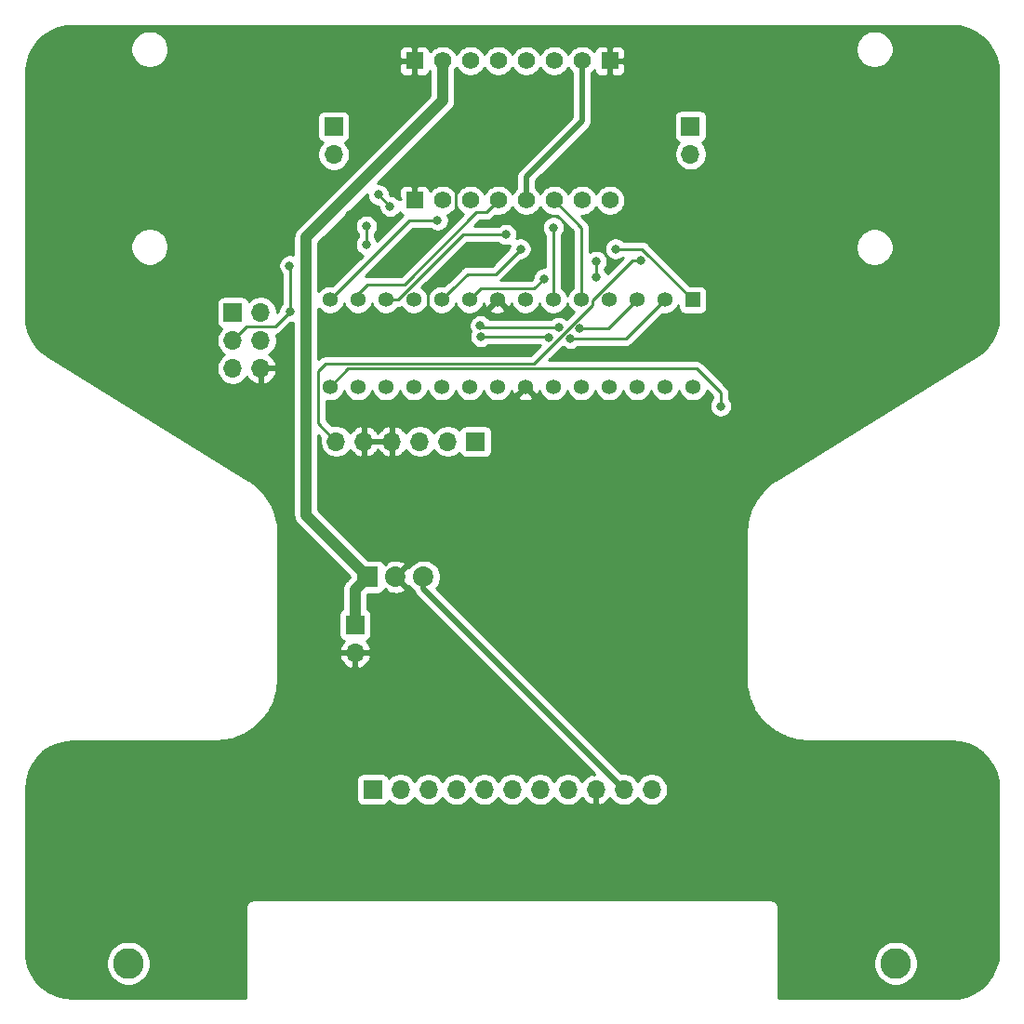
<source format=gbl>
G04 #@! TF.GenerationSoftware,KiCad,Pcbnew,(5.1.6)-1*
G04 #@! TF.CreationDate,2022-02-26T01:51:55-08:00*
G04 #@! TF.ProjectId,seguilineas_actualizado,73656775-696c-4696-9e65-61735f616374,rev?*
G04 #@! TF.SameCoordinates,Original*
G04 #@! TF.FileFunction,Copper,L2,Bot*
G04 #@! TF.FilePolarity,Positive*
%FSLAX46Y46*%
G04 Gerber Fmt 4.6, Leading zero omitted, Abs format (unit mm)*
G04 Created by KiCad (PCBNEW (5.1.6)-1) date 2022-02-26 01:51:55*
%MOMM*%
%LPD*%
G01*
G04 APERTURE LIST*
G04 #@! TA.AperFunction,ComponentPad*
%ADD10C,2.800000*%
G04 #@! TD*
G04 #@! TA.AperFunction,ComponentPad*
%ADD11O,1.700000X1.700000*%
G04 #@! TD*
G04 #@! TA.AperFunction,ComponentPad*
%ADD12R,1.700000X1.700000*%
G04 #@! TD*
G04 #@! TA.AperFunction,ComponentPad*
%ADD13C,1.358000*%
G04 #@! TD*
G04 #@! TA.AperFunction,ComponentPad*
%ADD14R,1.358000X1.358000*%
G04 #@! TD*
G04 #@! TA.AperFunction,ComponentPad*
%ADD15C,1.560000*%
G04 #@! TD*
G04 #@! TA.AperFunction,ComponentPad*
%ADD16R,1.560000X1.560000*%
G04 #@! TD*
G04 #@! TA.AperFunction,ComponentPad*
%ADD17R,1.860000X1.860000*%
G04 #@! TD*
G04 #@! TA.AperFunction,ComponentPad*
%ADD18C,1.860000*%
G04 #@! TD*
G04 #@! TA.AperFunction,ViaPad*
%ADD19C,0.800000*%
G04 #@! TD*
G04 #@! TA.AperFunction,Conductor*
%ADD20C,0.250000*%
G04 #@! TD*
G04 #@! TA.AperFunction,Conductor*
%ADD21C,0.508000*%
G04 #@! TD*
G04 #@! TA.AperFunction,Conductor*
%ADD22C,1.016000*%
G04 #@! TD*
G04 #@! TA.AperFunction,Conductor*
%ADD23C,0.254000*%
G04 #@! TD*
G04 APERTURE END LIST*
D10*
X167465000Y-126990000D03*
X237315000Y-126990000D03*
D11*
X215100000Y-111180000D03*
X212560000Y-111180000D03*
X210020000Y-111180000D03*
X207480000Y-111180000D03*
X204940000Y-111180000D03*
X202400000Y-111180000D03*
X199860000Y-111180000D03*
X197320000Y-111180000D03*
X194780000Y-111180000D03*
X192240000Y-111180000D03*
D12*
X189700000Y-111180000D03*
D11*
X186380000Y-79490000D03*
X188920000Y-79490000D03*
X191460000Y-79490000D03*
X194000000Y-79490000D03*
X196540000Y-79490000D03*
D12*
X199080000Y-79490000D03*
D13*
X218840000Y-74520000D03*
X216300000Y-74520000D03*
X213760000Y-74520000D03*
X211220000Y-74520000D03*
X208680000Y-74520000D03*
X206140000Y-74520000D03*
X203600000Y-74520000D03*
X201060000Y-74520000D03*
X198520000Y-74520000D03*
X195980000Y-74520000D03*
X193440000Y-74520000D03*
X190900000Y-74520000D03*
X188360000Y-74520000D03*
X185820000Y-74520000D03*
X185820000Y-66600000D03*
X188360000Y-66600000D03*
X190900000Y-66600000D03*
X193440000Y-66600000D03*
X195980000Y-66600000D03*
X198520000Y-66600000D03*
X208680000Y-66600000D03*
X206140000Y-66600000D03*
X211220000Y-66600000D03*
X213760000Y-66600000D03*
X201060000Y-66600000D03*
X203600000Y-66600000D03*
X216300000Y-66600000D03*
D14*
X218840000Y-66600000D03*
D11*
X179510000Y-72840000D03*
X176970000Y-72840000D03*
X179510000Y-70300000D03*
X176970000Y-70300000D03*
X179510000Y-67760000D03*
D12*
X176970000Y-67760000D03*
D15*
X211290000Y-57550000D03*
X208750000Y-57550000D03*
X206210000Y-57550000D03*
X203670000Y-57550000D03*
X201130000Y-57550000D03*
X198590000Y-57550000D03*
X196050000Y-57550000D03*
D16*
X193510000Y-57550000D03*
X193510000Y-44850000D03*
D15*
X196050000Y-44850000D03*
X198590000Y-44850000D03*
X201130000Y-44850000D03*
X203670000Y-44850000D03*
X206210000Y-44850000D03*
X208750000Y-44850000D03*
D16*
X211290000Y-44850000D03*
D12*
X188090000Y-96180000D03*
D11*
X188090000Y-98720000D03*
D12*
X218640000Y-50800000D03*
D11*
X218640000Y-53340000D03*
X186160000Y-53380000D03*
D12*
X186160000Y-50840000D03*
D17*
X189250000Y-91820000D03*
D18*
X191790000Y-91820000D03*
X194330000Y-91820000D03*
D19*
X191800000Y-84300000D03*
X201280000Y-61900000D03*
X204770000Y-61820000D03*
X235500000Y-52550000D03*
X169320000Y-52550000D03*
X165000000Y-50000000D03*
X165000000Y-55000000D03*
X165000000Y-65000000D03*
X165000000Y-70000000D03*
X240000000Y-50000000D03*
X240000000Y-55000000D03*
X240000000Y-65000000D03*
X240000000Y-70000000D03*
X165000000Y-115000000D03*
X170000000Y-115000000D03*
X235000000Y-115000000D03*
X240000000Y-115000000D03*
X185000000Y-105000000D03*
X220000000Y-105000000D03*
X201800000Y-91800000D03*
X202300000Y-85500000D03*
X202000000Y-81600000D03*
X207400000Y-82900000D03*
X210100000Y-82900000D03*
X212500000Y-82900000D03*
X215000000Y-82800000D03*
X217500000Y-82900000D03*
X187600000Y-58900000D03*
X196000000Y-64100000D03*
X194900000Y-60700000D03*
X202500000Y-49600000D03*
X203400000Y-64400000D03*
X190300000Y-64000000D03*
X212400000Y-104800000D03*
X207200000Y-108900000D03*
X218500000Y-60000000D03*
X224700000Y-46500000D03*
X178700000Y-46900000D03*
X184200000Y-56000000D03*
X181000000Y-74900000D03*
X211820415Y-61970000D03*
X191290000Y-58110000D03*
X190222347Y-57042347D03*
X214100000Y-63010000D03*
X210040000Y-64555000D03*
X210040000Y-63105000D03*
X205320000Y-64690000D03*
X203156249Y-61970000D03*
X189130000Y-61580000D03*
X189130000Y-59890000D03*
X199560000Y-69950000D03*
X205720000Y-70010000D03*
X207720000Y-70130000D03*
X206630308Y-69110308D03*
X208560614Y-69230614D03*
X199500000Y-68950000D03*
X206150000Y-60030000D03*
X201820000Y-60670000D03*
X195607347Y-59357347D03*
X221380000Y-76280000D03*
X182170000Y-67670000D03*
X182150000Y-63500000D03*
D20*
X194700000Y-68948002D02*
X194975999Y-69224001D01*
X196000000Y-64100000D02*
X194700000Y-65400000D01*
X194700000Y-65400000D02*
X194700000Y-68948002D01*
X196100000Y-60400000D02*
X193374990Y-60400000D01*
X197300000Y-59200000D02*
X196100000Y-60400000D01*
X197300000Y-56500000D02*
X197300000Y-59200000D01*
X218840000Y-66600000D02*
X214210000Y-61970000D01*
X214210000Y-61970000D02*
X211820415Y-61970000D01*
X191290000Y-58110000D02*
X190222347Y-57042347D01*
X184700000Y-77810000D02*
X186380000Y-79490000D01*
X185410010Y-72409990D02*
X184700000Y-73120000D01*
X214100000Y-63010000D02*
X213324078Y-63010000D01*
X209684001Y-66650077D02*
X209684001Y-67081921D01*
X213324078Y-63010000D02*
X209684001Y-66650077D01*
X209684001Y-67081921D02*
X204355932Y-72409990D01*
X184700000Y-73120000D02*
X184700000Y-77810000D01*
X204355932Y-72409990D02*
X185410010Y-72409990D01*
X210040000Y-64555000D02*
X210040000Y-63105000D01*
X204414001Y-65595999D02*
X205320000Y-64690000D01*
X198520000Y-66600000D02*
X199524001Y-65595999D01*
X199524001Y-65595999D02*
X204414001Y-65595999D01*
X196984001Y-65595999D02*
X197004001Y-65595999D01*
X195980000Y-66600000D02*
X196984001Y-65595999D01*
X197004001Y-65595999D02*
X198340000Y-64260000D01*
X198340000Y-64260000D02*
X200866249Y-64260000D01*
X200866249Y-64260000D02*
X203156249Y-61970000D01*
D21*
X194330000Y-92950000D02*
X194330000Y-91820000D01*
X212560000Y-111180000D02*
X194330000Y-92950000D01*
X203670000Y-57550000D02*
X203670000Y-55400000D01*
X208750000Y-50320000D02*
X208750000Y-44850000D01*
X203670000Y-55400000D02*
X208750000Y-50320000D01*
D20*
X189130000Y-61580000D02*
X189130000Y-59890000D01*
X199560000Y-69950000D02*
X205660000Y-69950000D01*
X205660000Y-69950000D02*
X205720000Y-70010000D01*
X212770000Y-70130000D02*
X216300000Y-66600000D01*
X207720000Y-70130000D02*
X212770000Y-70130000D01*
X211129386Y-69230614D02*
X213760000Y-66600000D01*
X208560614Y-69230614D02*
X211129386Y-69230614D01*
X206630308Y-69110308D02*
X199660308Y-69110308D01*
X199660308Y-69110308D02*
X199500000Y-68950000D01*
X206140000Y-66600000D02*
X206140000Y-60040000D01*
X206140000Y-60040000D02*
X206150000Y-60030000D01*
X208680000Y-60020000D02*
X206210000Y-57550000D01*
X208680000Y-66600000D02*
X208680000Y-60020000D01*
X192000000Y-66600000D02*
X190900000Y-66600000D01*
X201820000Y-60670000D02*
X197930000Y-60670000D01*
X197930000Y-60670000D02*
X192000000Y-66600000D01*
X200024999Y-58655001D02*
X201130000Y-57550000D01*
X188360000Y-66040000D02*
X189200000Y-65200000D01*
X188360000Y-66600000D02*
X188360000Y-66040000D01*
X189200000Y-65200000D02*
X192600000Y-65200000D01*
X192600000Y-65200000D02*
X199144999Y-58655001D01*
X199144999Y-58655001D02*
X200024999Y-58655001D01*
X193062653Y-59357347D02*
X195607347Y-59357347D01*
X185820000Y-66600000D02*
X193062653Y-59357347D01*
X185820000Y-74520000D02*
X187480000Y-72860000D01*
X187480000Y-72860000D02*
X219180000Y-72860000D01*
X221380000Y-75060000D02*
X221380000Y-76280000D01*
X219180000Y-72860000D02*
X221380000Y-75060000D01*
X182170000Y-67670000D02*
X182170000Y-63520000D01*
X182170000Y-63520000D02*
X182150000Y-63500000D01*
X180820000Y-69020000D02*
X182170000Y-67670000D01*
X176970000Y-70300000D02*
X178250000Y-69020000D01*
X178250000Y-69020000D02*
X180820000Y-69020000D01*
D22*
X188090000Y-92980000D02*
X189250000Y-91820000D01*
X188090000Y-96180000D02*
X188090000Y-92980000D01*
X196050000Y-48490000D02*
X196050000Y-44850000D01*
X183620000Y-60920000D02*
X196050000Y-48490000D01*
X189250000Y-91820000D02*
X183620000Y-86190000D01*
X183620000Y-86190000D02*
X183620000Y-60920000D01*
D23*
G36*
X243144747Y-41725282D02*
G01*
X243875643Y-41925232D01*
X244559575Y-42251451D01*
X245174928Y-42693627D01*
X245702256Y-43237788D01*
X246124889Y-43866730D01*
X246429462Y-44560568D01*
X246607714Y-45303039D01*
X246655001Y-45946976D01*
X246655000Y-68093178D01*
X246584539Y-68880564D01*
X246384416Y-69611404D01*
X246058031Y-70295263D01*
X245615707Y-70910513D01*
X245064930Y-71443998D01*
X244603708Y-71770396D01*
X226355349Y-82990865D01*
X226336456Y-83005211D01*
X225819741Y-83370882D01*
X225808968Y-83380046D01*
X225797024Y-83387622D01*
X225732954Y-83442899D01*
X225094433Y-84061373D01*
X225079318Y-84078875D01*
X225062292Y-84094524D01*
X225009037Y-84160257D01*
X225009024Y-84160272D01*
X225009021Y-84160278D01*
X224490117Y-84882046D01*
X224478341Y-84901947D01*
X224464354Y-84920365D01*
X224423571Y-84994507D01*
X224040680Y-85796762D01*
X224032612Y-85818440D01*
X224022111Y-85839038D01*
X223995101Y-85919231D01*
X223760329Y-86776612D01*
X223756228Y-86799375D01*
X223749540Y-86821507D01*
X223737158Y-86905215D01*
X223657925Y-87790620D01*
X223657925Y-87791532D01*
X223655001Y-87821218D01*
X223655000Y-101098239D01*
X223657639Y-101125031D01*
X223710611Y-101846380D01*
X223713415Y-101863503D01*
X223713960Y-101880851D01*
X223728945Y-101964133D01*
X223936465Y-102828515D01*
X223943841Y-102850432D01*
X223948649Y-102873052D01*
X223978145Y-102952364D01*
X224335454Y-103766336D01*
X224346595Y-103786600D01*
X224355332Y-103808011D01*
X224398407Y-103880846D01*
X224894210Y-104618680D01*
X224908760Y-104636648D01*
X224921154Y-104656178D01*
X224976446Y-104720234D01*
X225595073Y-105358607D01*
X225612580Y-105373719D01*
X225628232Y-105390740D01*
X225693974Y-105443977D01*
X225693993Y-105443993D01*
X225694001Y-105443998D01*
X226415889Y-105962727D01*
X226435796Y-105974500D01*
X226454214Y-105988480D01*
X226528366Y-106029246D01*
X227330713Y-106411946D01*
X227352386Y-106420006D01*
X227372993Y-106430506D01*
X227453192Y-106457496D01*
X228310629Y-106692064D01*
X228333389Y-106696159D01*
X228355527Y-106702843D01*
X228439233Y-106715203D01*
X228439238Y-106715204D01*
X228439239Y-106715204D01*
X229321435Y-106793938D01*
X229353895Y-106797135D01*
X242357269Y-106797135D01*
X243144747Y-106867416D01*
X243875643Y-107067366D01*
X244559575Y-107393585D01*
X245174928Y-107835761D01*
X245702259Y-108379924D01*
X246124886Y-109008861D01*
X246429463Y-109702705D01*
X246607715Y-110445174D01*
X246655001Y-111089098D01*
X246655000Y-125887269D01*
X246584719Y-126674748D01*
X246384769Y-127405643D01*
X246058550Y-128089575D01*
X245616374Y-128704928D01*
X245072211Y-129232259D01*
X244443274Y-129654886D01*
X243749429Y-129959464D01*
X243006961Y-130137714D01*
X242363051Y-130185000D01*
X226625000Y-130185000D01*
X226625000Y-126789570D01*
X235280000Y-126789570D01*
X235280000Y-127190430D01*
X235358204Y-127583587D01*
X235511607Y-127953934D01*
X235734313Y-128287237D01*
X236017763Y-128570687D01*
X236351066Y-128793393D01*
X236721413Y-128946796D01*
X237114570Y-129025000D01*
X237515430Y-129025000D01*
X237908587Y-128946796D01*
X238278934Y-128793393D01*
X238612237Y-128570687D01*
X238895687Y-128287237D01*
X239118393Y-127953934D01*
X239271796Y-127583587D01*
X239350000Y-127190430D01*
X239350000Y-126789570D01*
X239271796Y-126396413D01*
X239118393Y-126026066D01*
X238895687Y-125692763D01*
X238612237Y-125409313D01*
X238278934Y-125186607D01*
X237908587Y-125033204D01*
X237515430Y-124955000D01*
X237114570Y-124955000D01*
X236721413Y-125033204D01*
X236351066Y-125186607D01*
X236017763Y-125409313D01*
X235734313Y-125692763D01*
X235511607Y-126026066D01*
X235358204Y-126396413D01*
X235280000Y-126789570D01*
X226625000Y-126789570D01*
X226625000Y-121956105D01*
X226628556Y-121920000D01*
X226614365Y-121775915D01*
X226572337Y-121637367D01*
X226504087Y-121509680D01*
X226412238Y-121397762D01*
X226300320Y-121305913D01*
X226172633Y-121237663D01*
X226034085Y-121195635D01*
X225926105Y-121185000D01*
X225890000Y-121181444D01*
X225853895Y-121185000D01*
X178926105Y-121185000D01*
X178890000Y-121181444D01*
X178853895Y-121185000D01*
X178745915Y-121195635D01*
X178607367Y-121237663D01*
X178479680Y-121305913D01*
X178367762Y-121397762D01*
X178275913Y-121509680D01*
X178207663Y-121637367D01*
X178165635Y-121775915D01*
X178151444Y-121920000D01*
X178155001Y-121956115D01*
X178155000Y-130185000D01*
X162422731Y-130185000D01*
X161635252Y-130114719D01*
X160904357Y-129914769D01*
X160220425Y-129588550D01*
X159605072Y-129146374D01*
X159077741Y-128602211D01*
X158655114Y-127973274D01*
X158350536Y-127279429D01*
X158232932Y-126789570D01*
X165430000Y-126789570D01*
X165430000Y-127190430D01*
X165508204Y-127583587D01*
X165661607Y-127953934D01*
X165884313Y-128287237D01*
X166167763Y-128570687D01*
X166501066Y-128793393D01*
X166871413Y-128946796D01*
X167264570Y-129025000D01*
X167665430Y-129025000D01*
X168058587Y-128946796D01*
X168428934Y-128793393D01*
X168762237Y-128570687D01*
X169045687Y-128287237D01*
X169268393Y-127953934D01*
X169421796Y-127583587D01*
X169500000Y-127190430D01*
X169500000Y-126789570D01*
X169421796Y-126396413D01*
X169268393Y-126026066D01*
X169045687Y-125692763D01*
X168762237Y-125409313D01*
X168428934Y-125186607D01*
X168058587Y-125033204D01*
X167665430Y-124955000D01*
X167264570Y-124955000D01*
X166871413Y-125033204D01*
X166501066Y-125186607D01*
X166167763Y-125409313D01*
X165884313Y-125692763D01*
X165661607Y-126026066D01*
X165508204Y-126396413D01*
X165430000Y-126789570D01*
X158232932Y-126789570D01*
X158172286Y-126536961D01*
X158125000Y-125893051D01*
X158125000Y-111094866D01*
X158193262Y-110330000D01*
X188211928Y-110330000D01*
X188211928Y-112030000D01*
X188224188Y-112154482D01*
X188260498Y-112274180D01*
X188319463Y-112384494D01*
X188398815Y-112481185D01*
X188495506Y-112560537D01*
X188605820Y-112619502D01*
X188725518Y-112655812D01*
X188850000Y-112668072D01*
X190550000Y-112668072D01*
X190674482Y-112655812D01*
X190794180Y-112619502D01*
X190904494Y-112560537D01*
X191001185Y-112481185D01*
X191080537Y-112384494D01*
X191139502Y-112274180D01*
X191161513Y-112201620D01*
X191293368Y-112333475D01*
X191536589Y-112495990D01*
X191806842Y-112607932D01*
X192093740Y-112665000D01*
X192386260Y-112665000D01*
X192673158Y-112607932D01*
X192943411Y-112495990D01*
X193186632Y-112333475D01*
X193393475Y-112126632D01*
X193510000Y-111952240D01*
X193626525Y-112126632D01*
X193833368Y-112333475D01*
X194076589Y-112495990D01*
X194346842Y-112607932D01*
X194633740Y-112665000D01*
X194926260Y-112665000D01*
X195213158Y-112607932D01*
X195483411Y-112495990D01*
X195726632Y-112333475D01*
X195933475Y-112126632D01*
X196050000Y-111952240D01*
X196166525Y-112126632D01*
X196373368Y-112333475D01*
X196616589Y-112495990D01*
X196886842Y-112607932D01*
X197173740Y-112665000D01*
X197466260Y-112665000D01*
X197753158Y-112607932D01*
X198023411Y-112495990D01*
X198266632Y-112333475D01*
X198473475Y-112126632D01*
X198590000Y-111952240D01*
X198706525Y-112126632D01*
X198913368Y-112333475D01*
X199156589Y-112495990D01*
X199426842Y-112607932D01*
X199713740Y-112665000D01*
X200006260Y-112665000D01*
X200293158Y-112607932D01*
X200563411Y-112495990D01*
X200806632Y-112333475D01*
X201013475Y-112126632D01*
X201130000Y-111952240D01*
X201246525Y-112126632D01*
X201453368Y-112333475D01*
X201696589Y-112495990D01*
X201966842Y-112607932D01*
X202253740Y-112665000D01*
X202546260Y-112665000D01*
X202833158Y-112607932D01*
X203103411Y-112495990D01*
X203346632Y-112333475D01*
X203553475Y-112126632D01*
X203670000Y-111952240D01*
X203786525Y-112126632D01*
X203993368Y-112333475D01*
X204236589Y-112495990D01*
X204506842Y-112607932D01*
X204793740Y-112665000D01*
X205086260Y-112665000D01*
X205373158Y-112607932D01*
X205643411Y-112495990D01*
X205886632Y-112333475D01*
X206093475Y-112126632D01*
X206210000Y-111952240D01*
X206326525Y-112126632D01*
X206533368Y-112333475D01*
X206776589Y-112495990D01*
X207046842Y-112607932D01*
X207333740Y-112665000D01*
X207626260Y-112665000D01*
X207913158Y-112607932D01*
X208183411Y-112495990D01*
X208426632Y-112333475D01*
X208633475Y-112126632D01*
X208755195Y-111944466D01*
X208824822Y-112061355D01*
X209019731Y-112277588D01*
X209253080Y-112451641D01*
X209515901Y-112576825D01*
X209663110Y-112621476D01*
X209893000Y-112500155D01*
X209893000Y-111307000D01*
X209873000Y-111307000D01*
X209873000Y-111053000D01*
X209893000Y-111053000D01*
X209893000Y-111033000D01*
X210147000Y-111033000D01*
X210147000Y-111053000D01*
X210167000Y-111053000D01*
X210167000Y-111307000D01*
X210147000Y-111307000D01*
X210147000Y-112500155D01*
X210376890Y-112621476D01*
X210524099Y-112576825D01*
X210786920Y-112451641D01*
X211020269Y-112277588D01*
X211215178Y-112061355D01*
X211284805Y-111944466D01*
X211406525Y-112126632D01*
X211613368Y-112333475D01*
X211856589Y-112495990D01*
X212126842Y-112607932D01*
X212413740Y-112665000D01*
X212706260Y-112665000D01*
X212993158Y-112607932D01*
X213263411Y-112495990D01*
X213506632Y-112333475D01*
X213713475Y-112126632D01*
X213830000Y-111952240D01*
X213946525Y-112126632D01*
X214153368Y-112333475D01*
X214396589Y-112495990D01*
X214666842Y-112607932D01*
X214953740Y-112665000D01*
X215246260Y-112665000D01*
X215533158Y-112607932D01*
X215803411Y-112495990D01*
X216046632Y-112333475D01*
X216253475Y-112126632D01*
X216415990Y-111883411D01*
X216527932Y-111613158D01*
X216585000Y-111326260D01*
X216585000Y-111033740D01*
X216527932Y-110746842D01*
X216415990Y-110476589D01*
X216253475Y-110233368D01*
X216046632Y-110026525D01*
X215803411Y-109864010D01*
X215533158Y-109752068D01*
X215246260Y-109695000D01*
X214953740Y-109695000D01*
X214666842Y-109752068D01*
X214396589Y-109864010D01*
X214153368Y-110026525D01*
X213946525Y-110233368D01*
X213830000Y-110407760D01*
X213713475Y-110233368D01*
X213506632Y-110026525D01*
X213263411Y-109864010D01*
X212993158Y-109752068D01*
X212706260Y-109695000D01*
X212413740Y-109695000D01*
X212345758Y-109708523D01*
X195500240Y-92863005D01*
X195545615Y-92817629D01*
X195716885Y-92561305D01*
X195834858Y-92276494D01*
X195895000Y-91974139D01*
X195895000Y-91665861D01*
X195834858Y-91363506D01*
X195716885Y-91078695D01*
X195545615Y-90822371D01*
X195327629Y-90604385D01*
X195071305Y-90433115D01*
X194786494Y-90315142D01*
X194484139Y-90255000D01*
X194175861Y-90255000D01*
X193873506Y-90315142D01*
X193588695Y-90433115D01*
X193332371Y-90604385D01*
X193114385Y-90822371D01*
X193020250Y-90963254D01*
X192875484Y-90914121D01*
X191969605Y-91820000D01*
X192875484Y-92725879D01*
X193020250Y-92676746D01*
X193114385Y-92817629D01*
X193332371Y-93035615D01*
X193453075Y-93116267D01*
X193453864Y-93124274D01*
X193475998Y-93197241D01*
X193504697Y-93291850D01*
X193587247Y-93446290D01*
X193698341Y-93581659D01*
X193732264Y-93609499D01*
X209892998Y-109770233D01*
X209892998Y-109859844D01*
X209663110Y-109738524D01*
X209515901Y-109783175D01*
X209253080Y-109908359D01*
X209019731Y-110082412D01*
X208824822Y-110298645D01*
X208755195Y-110415534D01*
X208633475Y-110233368D01*
X208426632Y-110026525D01*
X208183411Y-109864010D01*
X207913158Y-109752068D01*
X207626260Y-109695000D01*
X207333740Y-109695000D01*
X207046842Y-109752068D01*
X206776589Y-109864010D01*
X206533368Y-110026525D01*
X206326525Y-110233368D01*
X206210000Y-110407760D01*
X206093475Y-110233368D01*
X205886632Y-110026525D01*
X205643411Y-109864010D01*
X205373158Y-109752068D01*
X205086260Y-109695000D01*
X204793740Y-109695000D01*
X204506842Y-109752068D01*
X204236589Y-109864010D01*
X203993368Y-110026525D01*
X203786525Y-110233368D01*
X203670000Y-110407760D01*
X203553475Y-110233368D01*
X203346632Y-110026525D01*
X203103411Y-109864010D01*
X202833158Y-109752068D01*
X202546260Y-109695000D01*
X202253740Y-109695000D01*
X201966842Y-109752068D01*
X201696589Y-109864010D01*
X201453368Y-110026525D01*
X201246525Y-110233368D01*
X201130000Y-110407760D01*
X201013475Y-110233368D01*
X200806632Y-110026525D01*
X200563411Y-109864010D01*
X200293158Y-109752068D01*
X200006260Y-109695000D01*
X199713740Y-109695000D01*
X199426842Y-109752068D01*
X199156589Y-109864010D01*
X198913368Y-110026525D01*
X198706525Y-110233368D01*
X198590000Y-110407760D01*
X198473475Y-110233368D01*
X198266632Y-110026525D01*
X198023411Y-109864010D01*
X197753158Y-109752068D01*
X197466260Y-109695000D01*
X197173740Y-109695000D01*
X196886842Y-109752068D01*
X196616589Y-109864010D01*
X196373368Y-110026525D01*
X196166525Y-110233368D01*
X196050000Y-110407760D01*
X195933475Y-110233368D01*
X195726632Y-110026525D01*
X195483411Y-109864010D01*
X195213158Y-109752068D01*
X194926260Y-109695000D01*
X194633740Y-109695000D01*
X194346842Y-109752068D01*
X194076589Y-109864010D01*
X193833368Y-110026525D01*
X193626525Y-110233368D01*
X193510000Y-110407760D01*
X193393475Y-110233368D01*
X193186632Y-110026525D01*
X192943411Y-109864010D01*
X192673158Y-109752068D01*
X192386260Y-109695000D01*
X192093740Y-109695000D01*
X191806842Y-109752068D01*
X191536589Y-109864010D01*
X191293368Y-110026525D01*
X191161513Y-110158380D01*
X191139502Y-110085820D01*
X191080537Y-109975506D01*
X191001185Y-109878815D01*
X190904494Y-109799463D01*
X190794180Y-109740498D01*
X190674482Y-109704188D01*
X190550000Y-109691928D01*
X188850000Y-109691928D01*
X188725518Y-109704188D01*
X188605820Y-109740498D01*
X188495506Y-109799463D01*
X188398815Y-109878815D01*
X188319463Y-109975506D01*
X188260498Y-110085820D01*
X188224188Y-110205518D01*
X188211928Y-110330000D01*
X158193262Y-110330000D01*
X158195281Y-110307388D01*
X158395231Y-109576492D01*
X158721450Y-108892560D01*
X159163626Y-108277207D01*
X159707789Y-107749876D01*
X160336726Y-107327249D01*
X161030570Y-107022672D01*
X161773039Y-106844420D01*
X162416949Y-106797135D01*
X175426105Y-106797135D01*
X175452940Y-106794492D01*
X176174245Y-106741523D01*
X176191368Y-106738719D01*
X176208716Y-106738174D01*
X176291998Y-106723189D01*
X177156380Y-106515669D01*
X177178297Y-106508293D01*
X177200917Y-106503485D01*
X177280229Y-106473989D01*
X178094200Y-106116680D01*
X178114465Y-106105539D01*
X178135875Y-106096802D01*
X178208697Y-106053735D01*
X178208711Y-106053727D01*
X178208716Y-106053723D01*
X178946544Y-105557924D01*
X178964512Y-105543374D01*
X178984042Y-105530980D01*
X179048098Y-105475688D01*
X179686471Y-104857061D01*
X179701583Y-104839554D01*
X179718604Y-104823902D01*
X179771841Y-104758160D01*
X179771857Y-104758141D01*
X179771862Y-104758133D01*
X180290591Y-104036245D01*
X180302364Y-104016338D01*
X180316344Y-103997920D01*
X180357110Y-103923768D01*
X180739810Y-103121421D01*
X180747870Y-103099748D01*
X180758370Y-103079141D01*
X180785360Y-102998942D01*
X181019928Y-102141506D01*
X181024023Y-102118746D01*
X181030707Y-102096608D01*
X181043068Y-102012896D01*
X181121792Y-101130808D01*
X181125000Y-101098240D01*
X181125000Y-99076890D01*
X186648524Y-99076890D01*
X186693175Y-99224099D01*
X186818359Y-99486920D01*
X186992412Y-99720269D01*
X187208645Y-99915178D01*
X187458748Y-100064157D01*
X187733109Y-100161481D01*
X187963000Y-100040814D01*
X187963000Y-98847000D01*
X188217000Y-98847000D01*
X188217000Y-100040814D01*
X188446891Y-100161481D01*
X188721252Y-100064157D01*
X188971355Y-99915178D01*
X189187588Y-99720269D01*
X189361641Y-99486920D01*
X189486825Y-99224099D01*
X189531476Y-99076890D01*
X189410155Y-98847000D01*
X188217000Y-98847000D01*
X187963000Y-98847000D01*
X186769845Y-98847000D01*
X186648524Y-99076890D01*
X181125000Y-99076890D01*
X181125000Y-87821218D01*
X181122672Y-87797578D01*
X181081824Y-87165914D01*
X181079660Y-87151938D01*
X181079463Y-87137793D01*
X181065934Y-87054262D01*
X180873532Y-86186391D01*
X180866539Y-86164348D01*
X180862127Y-86141647D01*
X180834019Y-86061832D01*
X180490970Y-85241749D01*
X180480186Y-85221295D01*
X180471823Y-85199734D01*
X180430026Y-85126157D01*
X179947175Y-84379782D01*
X179932938Y-84361559D01*
X179920889Y-84341820D01*
X179866739Y-84276828D01*
X179866724Y-84276809D01*
X179866718Y-84276804D01*
X179259332Y-83627737D01*
X179242096Y-83612326D01*
X179226740Y-83595030D01*
X179161933Y-83540652D01*
X179161918Y-83540638D01*
X179161912Y-83540634D01*
X178449185Y-83009383D01*
X178448410Y-83008906D01*
X178424650Y-82990864D01*
X160183009Y-71774527D01*
X159549183Y-71302087D01*
X159031438Y-70748813D01*
X158619846Y-70112587D01*
X158327427Y-69413540D01*
X158161462Y-68664919D01*
X158125000Y-68101072D01*
X158125000Y-66910000D01*
X175481928Y-66910000D01*
X175481928Y-68610000D01*
X175494188Y-68734482D01*
X175530498Y-68854180D01*
X175589463Y-68964494D01*
X175668815Y-69061185D01*
X175765506Y-69140537D01*
X175875820Y-69199502D01*
X175948380Y-69221513D01*
X175816525Y-69353368D01*
X175654010Y-69596589D01*
X175542068Y-69866842D01*
X175485000Y-70153740D01*
X175485000Y-70446260D01*
X175542068Y-70733158D01*
X175654010Y-71003411D01*
X175816525Y-71246632D01*
X176023368Y-71453475D01*
X176197760Y-71570000D01*
X176023368Y-71686525D01*
X175816525Y-71893368D01*
X175654010Y-72136589D01*
X175542068Y-72406842D01*
X175485000Y-72693740D01*
X175485000Y-72986260D01*
X175542068Y-73273158D01*
X175654010Y-73543411D01*
X175816525Y-73786632D01*
X176023368Y-73993475D01*
X176266589Y-74155990D01*
X176536842Y-74267932D01*
X176823740Y-74325000D01*
X177116260Y-74325000D01*
X177403158Y-74267932D01*
X177673411Y-74155990D01*
X177916632Y-73993475D01*
X178123475Y-73786632D01*
X178241100Y-73610594D01*
X178412412Y-73840269D01*
X178628645Y-74035178D01*
X178878748Y-74184157D01*
X179153109Y-74281481D01*
X179383000Y-74160814D01*
X179383000Y-72967000D01*
X179637000Y-72967000D01*
X179637000Y-74160814D01*
X179866891Y-74281481D01*
X180141252Y-74184157D01*
X180391355Y-74035178D01*
X180607588Y-73840269D01*
X180781641Y-73606920D01*
X180906825Y-73344099D01*
X180951476Y-73196890D01*
X180830155Y-72967000D01*
X179637000Y-72967000D01*
X179383000Y-72967000D01*
X179363000Y-72967000D01*
X179363000Y-72713000D01*
X179383000Y-72713000D01*
X179383000Y-72693000D01*
X179637000Y-72693000D01*
X179637000Y-72713000D01*
X180830155Y-72713000D01*
X180951476Y-72483110D01*
X180906825Y-72335901D01*
X180781641Y-72073080D01*
X180607588Y-71839731D01*
X180391355Y-71644822D01*
X180274466Y-71575195D01*
X180456632Y-71453475D01*
X180663475Y-71246632D01*
X180825990Y-71003411D01*
X180937932Y-70733158D01*
X180995000Y-70446260D01*
X180995000Y-70153740D01*
X180937932Y-69866842D01*
X180900212Y-69775777D01*
X180968986Y-69769003D01*
X181112247Y-69725546D01*
X181244276Y-69654974D01*
X181360001Y-69560001D01*
X181383804Y-69530997D01*
X182209802Y-68705000D01*
X182271939Y-68705000D01*
X182471898Y-68665226D01*
X182477001Y-68663112D01*
X182477000Y-86133861D01*
X182471471Y-86190000D01*
X182477000Y-86246139D01*
X182477000Y-86246145D01*
X182493539Y-86414066D01*
X182558897Y-86629522D01*
X182665032Y-86828088D01*
X182807867Y-87002133D01*
X182851482Y-87037927D01*
X187633554Y-91820001D01*
X187321478Y-92132077D01*
X187277868Y-92167867D01*
X187135033Y-92341911D01*
X187124890Y-92360888D01*
X187028898Y-92540477D01*
X186963539Y-92755933D01*
X186941471Y-92980000D01*
X186947001Y-93036148D01*
X186947000Y-94766593D01*
X186885506Y-94799463D01*
X186788815Y-94878815D01*
X186709463Y-94975506D01*
X186650498Y-95085820D01*
X186614188Y-95205518D01*
X186601928Y-95330000D01*
X186601928Y-97030000D01*
X186614188Y-97154482D01*
X186650498Y-97274180D01*
X186709463Y-97384494D01*
X186788815Y-97481185D01*
X186885506Y-97560537D01*
X186995820Y-97619502D01*
X187076466Y-97643966D01*
X186992412Y-97719731D01*
X186818359Y-97953080D01*
X186693175Y-98215901D01*
X186648524Y-98363110D01*
X186769845Y-98593000D01*
X187963000Y-98593000D01*
X187963000Y-98573000D01*
X188217000Y-98573000D01*
X188217000Y-98593000D01*
X189410155Y-98593000D01*
X189531476Y-98363110D01*
X189486825Y-98215901D01*
X189361641Y-97953080D01*
X189187588Y-97719731D01*
X189103534Y-97643966D01*
X189184180Y-97619502D01*
X189294494Y-97560537D01*
X189391185Y-97481185D01*
X189470537Y-97384494D01*
X189529502Y-97274180D01*
X189565812Y-97154482D01*
X189578072Y-97030000D01*
X189578072Y-95330000D01*
X189565812Y-95205518D01*
X189529502Y-95085820D01*
X189470537Y-94975506D01*
X189391185Y-94878815D01*
X189294494Y-94799463D01*
X189233000Y-94766593D01*
X189233000Y-93453445D01*
X189298373Y-93388072D01*
X190180000Y-93388072D01*
X190304482Y-93375812D01*
X190424180Y-93339502D01*
X190534494Y-93280537D01*
X190631185Y-93201185D01*
X190710537Y-93104494D01*
X190759607Y-93012691D01*
X190768262Y-93021346D01*
X190884122Y-92905486D01*
X190971430Y-93162730D01*
X191249112Y-93296625D01*
X191547580Y-93373775D01*
X191855365Y-93391212D01*
X192160637Y-93348270D01*
X192451666Y-93246597D01*
X192608570Y-93162730D01*
X192695879Y-92905484D01*
X191790000Y-91999605D01*
X191775858Y-92013748D01*
X191596253Y-91834143D01*
X191610395Y-91820000D01*
X191596253Y-91805858D01*
X191775858Y-91626253D01*
X191790000Y-91640395D01*
X192695879Y-90734516D01*
X192608570Y-90477270D01*
X192330888Y-90343375D01*
X192032420Y-90266225D01*
X191724635Y-90248788D01*
X191419363Y-90291730D01*
X191128334Y-90393403D01*
X190971430Y-90477270D01*
X190884122Y-90734514D01*
X190768262Y-90618654D01*
X190759607Y-90627309D01*
X190710537Y-90535506D01*
X190631185Y-90438815D01*
X190534494Y-90359463D01*
X190424180Y-90300498D01*
X190304482Y-90264188D01*
X190180000Y-90251928D01*
X189298375Y-90251928D01*
X184763000Y-85716555D01*
X184763000Y-78947801D01*
X184938791Y-79123592D01*
X184895000Y-79343740D01*
X184895000Y-79636260D01*
X184952068Y-79923158D01*
X185064010Y-80193411D01*
X185226525Y-80436632D01*
X185433368Y-80643475D01*
X185676589Y-80805990D01*
X185946842Y-80917932D01*
X186233740Y-80975000D01*
X186526260Y-80975000D01*
X186813158Y-80917932D01*
X187083411Y-80805990D01*
X187326632Y-80643475D01*
X187533475Y-80436632D01*
X187655195Y-80254466D01*
X187724822Y-80371355D01*
X187919731Y-80587588D01*
X188153080Y-80761641D01*
X188415901Y-80886825D01*
X188563110Y-80931476D01*
X188793000Y-80810155D01*
X188793000Y-79617000D01*
X189047000Y-79617000D01*
X189047000Y-80810155D01*
X189276890Y-80931476D01*
X189424099Y-80886825D01*
X189686920Y-80761641D01*
X189920269Y-80587588D01*
X190115178Y-80371355D01*
X190190000Y-80245745D01*
X190264822Y-80371355D01*
X190459731Y-80587588D01*
X190693080Y-80761641D01*
X190955901Y-80886825D01*
X191103110Y-80931476D01*
X191333000Y-80810155D01*
X191333000Y-79617000D01*
X189047000Y-79617000D01*
X188793000Y-79617000D01*
X188773000Y-79617000D01*
X188773000Y-79363000D01*
X188793000Y-79363000D01*
X188793000Y-78169845D01*
X189047000Y-78169845D01*
X189047000Y-79363000D01*
X191333000Y-79363000D01*
X191333000Y-78169845D01*
X191587000Y-78169845D01*
X191587000Y-79363000D01*
X191607000Y-79363000D01*
X191607000Y-79617000D01*
X191587000Y-79617000D01*
X191587000Y-80810155D01*
X191816890Y-80931476D01*
X191964099Y-80886825D01*
X192226920Y-80761641D01*
X192460269Y-80587588D01*
X192655178Y-80371355D01*
X192724805Y-80254466D01*
X192846525Y-80436632D01*
X193053368Y-80643475D01*
X193296589Y-80805990D01*
X193566842Y-80917932D01*
X193853740Y-80975000D01*
X194146260Y-80975000D01*
X194433158Y-80917932D01*
X194703411Y-80805990D01*
X194946632Y-80643475D01*
X195153475Y-80436632D01*
X195270000Y-80262240D01*
X195386525Y-80436632D01*
X195593368Y-80643475D01*
X195836589Y-80805990D01*
X196106842Y-80917932D01*
X196393740Y-80975000D01*
X196686260Y-80975000D01*
X196973158Y-80917932D01*
X197243411Y-80805990D01*
X197486632Y-80643475D01*
X197618487Y-80511620D01*
X197640498Y-80584180D01*
X197699463Y-80694494D01*
X197778815Y-80791185D01*
X197875506Y-80870537D01*
X197985820Y-80929502D01*
X198105518Y-80965812D01*
X198230000Y-80978072D01*
X199930000Y-80978072D01*
X200054482Y-80965812D01*
X200174180Y-80929502D01*
X200284494Y-80870537D01*
X200381185Y-80791185D01*
X200460537Y-80694494D01*
X200519502Y-80584180D01*
X200555812Y-80464482D01*
X200568072Y-80340000D01*
X200568072Y-78640000D01*
X200555812Y-78515518D01*
X200519502Y-78395820D01*
X200460537Y-78285506D01*
X200381185Y-78188815D01*
X200284494Y-78109463D01*
X200174180Y-78050498D01*
X200054482Y-78014188D01*
X199930000Y-78001928D01*
X198230000Y-78001928D01*
X198105518Y-78014188D01*
X197985820Y-78050498D01*
X197875506Y-78109463D01*
X197778815Y-78188815D01*
X197699463Y-78285506D01*
X197640498Y-78395820D01*
X197618487Y-78468380D01*
X197486632Y-78336525D01*
X197243411Y-78174010D01*
X196973158Y-78062068D01*
X196686260Y-78005000D01*
X196393740Y-78005000D01*
X196106842Y-78062068D01*
X195836589Y-78174010D01*
X195593368Y-78336525D01*
X195386525Y-78543368D01*
X195270000Y-78717760D01*
X195153475Y-78543368D01*
X194946632Y-78336525D01*
X194703411Y-78174010D01*
X194433158Y-78062068D01*
X194146260Y-78005000D01*
X193853740Y-78005000D01*
X193566842Y-78062068D01*
X193296589Y-78174010D01*
X193053368Y-78336525D01*
X192846525Y-78543368D01*
X192724805Y-78725534D01*
X192655178Y-78608645D01*
X192460269Y-78392412D01*
X192226920Y-78218359D01*
X191964099Y-78093175D01*
X191816890Y-78048524D01*
X191587000Y-78169845D01*
X191333000Y-78169845D01*
X191103110Y-78048524D01*
X190955901Y-78093175D01*
X190693080Y-78218359D01*
X190459731Y-78392412D01*
X190264822Y-78608645D01*
X190190000Y-78734255D01*
X190115178Y-78608645D01*
X189920269Y-78392412D01*
X189686920Y-78218359D01*
X189424099Y-78093175D01*
X189276890Y-78048524D01*
X189047000Y-78169845D01*
X188793000Y-78169845D01*
X188563110Y-78048524D01*
X188415901Y-78093175D01*
X188153080Y-78218359D01*
X187919731Y-78392412D01*
X187724822Y-78608645D01*
X187655195Y-78725534D01*
X187533475Y-78543368D01*
X187326632Y-78336525D01*
X187083411Y-78174010D01*
X186813158Y-78062068D01*
X186526260Y-78005000D01*
X186233740Y-78005000D01*
X186013592Y-78048791D01*
X185460000Y-77495199D01*
X185460000Y-75788135D01*
X185690582Y-75834000D01*
X185949418Y-75834000D01*
X186203280Y-75783504D01*
X186442412Y-75684452D01*
X186657626Y-75540651D01*
X186840651Y-75357626D01*
X186984452Y-75142412D01*
X187083504Y-74903280D01*
X187090000Y-74870622D01*
X187096496Y-74903280D01*
X187195548Y-75142412D01*
X187339349Y-75357626D01*
X187522374Y-75540651D01*
X187737588Y-75684452D01*
X187976720Y-75783504D01*
X188230582Y-75834000D01*
X188489418Y-75834000D01*
X188743280Y-75783504D01*
X188982412Y-75684452D01*
X189197626Y-75540651D01*
X189380651Y-75357626D01*
X189524452Y-75142412D01*
X189623504Y-74903280D01*
X189630000Y-74870622D01*
X189636496Y-74903280D01*
X189735548Y-75142412D01*
X189879349Y-75357626D01*
X190062374Y-75540651D01*
X190277588Y-75684452D01*
X190516720Y-75783504D01*
X190770582Y-75834000D01*
X191029418Y-75834000D01*
X191283280Y-75783504D01*
X191522412Y-75684452D01*
X191737626Y-75540651D01*
X191920651Y-75357626D01*
X192064452Y-75142412D01*
X192163504Y-74903280D01*
X192170000Y-74870622D01*
X192176496Y-74903280D01*
X192275548Y-75142412D01*
X192419349Y-75357626D01*
X192602374Y-75540651D01*
X192817588Y-75684452D01*
X193056720Y-75783504D01*
X193310582Y-75834000D01*
X193569418Y-75834000D01*
X193823280Y-75783504D01*
X194062412Y-75684452D01*
X194277626Y-75540651D01*
X194460651Y-75357626D01*
X194604452Y-75142412D01*
X194703504Y-74903280D01*
X194710000Y-74870622D01*
X194716496Y-74903280D01*
X194815548Y-75142412D01*
X194959349Y-75357626D01*
X195142374Y-75540651D01*
X195357588Y-75684452D01*
X195596720Y-75783504D01*
X195850582Y-75834000D01*
X196109418Y-75834000D01*
X196363280Y-75783504D01*
X196602412Y-75684452D01*
X196817626Y-75540651D01*
X197000651Y-75357626D01*
X197144452Y-75142412D01*
X197243504Y-74903280D01*
X197250000Y-74870622D01*
X197256496Y-74903280D01*
X197355548Y-75142412D01*
X197499349Y-75357626D01*
X197682374Y-75540651D01*
X197897588Y-75684452D01*
X198136720Y-75783504D01*
X198390582Y-75834000D01*
X198649418Y-75834000D01*
X198903280Y-75783504D01*
X199142412Y-75684452D01*
X199357626Y-75540651D01*
X199540651Y-75357626D01*
X199684452Y-75142412D01*
X199783504Y-74903280D01*
X199790000Y-74870622D01*
X199796496Y-74903280D01*
X199895548Y-75142412D01*
X200039349Y-75357626D01*
X200222374Y-75540651D01*
X200437588Y-75684452D01*
X200676720Y-75783504D01*
X200930582Y-75834000D01*
X201189418Y-75834000D01*
X201443280Y-75783504D01*
X201682412Y-75684452D01*
X201897626Y-75540651D01*
X202012017Y-75426260D01*
X202873345Y-75426260D01*
X202930257Y-75657888D01*
X203165116Y-75766684D01*
X203416688Y-75827571D01*
X203675305Y-75838208D01*
X203931029Y-75798188D01*
X204174030Y-75709047D01*
X204269743Y-75657888D01*
X204326655Y-75426260D01*
X203600000Y-74699605D01*
X202873345Y-75426260D01*
X202012017Y-75426260D01*
X202080651Y-75357626D01*
X202224452Y-75142412D01*
X202323504Y-74903280D01*
X202329648Y-74872391D01*
X202410953Y-75094030D01*
X202462112Y-75189743D01*
X202693740Y-75246655D01*
X203420395Y-74520000D01*
X203406253Y-74505858D01*
X203585858Y-74326253D01*
X203600000Y-74340395D01*
X203614143Y-74326253D01*
X203793748Y-74505858D01*
X203779605Y-74520000D01*
X204506260Y-75246655D01*
X204737888Y-75189743D01*
X204846684Y-74954884D01*
X204868682Y-74863994D01*
X204876496Y-74903280D01*
X204975548Y-75142412D01*
X205119349Y-75357626D01*
X205302374Y-75540651D01*
X205517588Y-75684452D01*
X205756720Y-75783504D01*
X206010582Y-75834000D01*
X206269418Y-75834000D01*
X206523280Y-75783504D01*
X206762412Y-75684452D01*
X206977626Y-75540651D01*
X207160651Y-75357626D01*
X207304452Y-75142412D01*
X207403504Y-74903280D01*
X207410000Y-74870622D01*
X207416496Y-74903280D01*
X207515548Y-75142412D01*
X207659349Y-75357626D01*
X207842374Y-75540651D01*
X208057588Y-75684452D01*
X208296720Y-75783504D01*
X208550582Y-75834000D01*
X208809418Y-75834000D01*
X209063280Y-75783504D01*
X209302412Y-75684452D01*
X209517626Y-75540651D01*
X209700651Y-75357626D01*
X209844452Y-75142412D01*
X209943504Y-74903280D01*
X209950000Y-74870622D01*
X209956496Y-74903280D01*
X210055548Y-75142412D01*
X210199349Y-75357626D01*
X210382374Y-75540651D01*
X210597588Y-75684452D01*
X210836720Y-75783504D01*
X211090582Y-75834000D01*
X211349418Y-75834000D01*
X211603280Y-75783504D01*
X211842412Y-75684452D01*
X212057626Y-75540651D01*
X212240651Y-75357626D01*
X212384452Y-75142412D01*
X212483504Y-74903280D01*
X212490000Y-74870622D01*
X212496496Y-74903280D01*
X212595548Y-75142412D01*
X212739349Y-75357626D01*
X212922374Y-75540651D01*
X213137588Y-75684452D01*
X213376720Y-75783504D01*
X213630582Y-75834000D01*
X213889418Y-75834000D01*
X214143280Y-75783504D01*
X214382412Y-75684452D01*
X214597626Y-75540651D01*
X214780651Y-75357626D01*
X214924452Y-75142412D01*
X215023504Y-74903280D01*
X215030000Y-74870622D01*
X215036496Y-74903280D01*
X215135548Y-75142412D01*
X215279349Y-75357626D01*
X215462374Y-75540651D01*
X215677588Y-75684452D01*
X215916720Y-75783504D01*
X216170582Y-75834000D01*
X216429418Y-75834000D01*
X216683280Y-75783504D01*
X216922412Y-75684452D01*
X217137626Y-75540651D01*
X217320651Y-75357626D01*
X217464452Y-75142412D01*
X217563504Y-74903280D01*
X217570000Y-74870622D01*
X217576496Y-74903280D01*
X217675548Y-75142412D01*
X217819349Y-75357626D01*
X218002374Y-75540651D01*
X218217588Y-75684452D01*
X218456720Y-75783504D01*
X218710582Y-75834000D01*
X218969418Y-75834000D01*
X219223280Y-75783504D01*
X219462412Y-75684452D01*
X219677626Y-75540651D01*
X219860651Y-75357626D01*
X220004452Y-75142412D01*
X220103504Y-74903280D01*
X220110966Y-74865767D01*
X220620000Y-75374802D01*
X220620000Y-75576289D01*
X220576063Y-75620226D01*
X220462795Y-75789744D01*
X220384774Y-75978102D01*
X220345000Y-76178061D01*
X220345000Y-76381939D01*
X220384774Y-76581898D01*
X220462795Y-76770256D01*
X220576063Y-76939774D01*
X220720226Y-77083937D01*
X220889744Y-77197205D01*
X221078102Y-77275226D01*
X221278061Y-77315000D01*
X221481939Y-77315000D01*
X221681898Y-77275226D01*
X221870256Y-77197205D01*
X222039774Y-77083937D01*
X222183937Y-76939774D01*
X222297205Y-76770256D01*
X222375226Y-76581898D01*
X222415000Y-76381939D01*
X222415000Y-76178061D01*
X222375226Y-75978102D01*
X222297205Y-75789744D01*
X222183937Y-75620226D01*
X222140000Y-75576289D01*
X222140000Y-75097323D01*
X222143676Y-75060000D01*
X222140000Y-75022677D01*
X222140000Y-75022667D01*
X222129003Y-74911014D01*
X222085546Y-74767753D01*
X222014974Y-74635724D01*
X221920001Y-74519999D01*
X221891004Y-74496202D01*
X219743804Y-72349003D01*
X219720001Y-72319999D01*
X219604276Y-72225026D01*
X219472247Y-72154454D01*
X219328986Y-72110997D01*
X219217333Y-72100000D01*
X219217322Y-72100000D01*
X219180000Y-72096324D01*
X219142678Y-72100000D01*
X205740723Y-72100000D01*
X206983506Y-70857217D01*
X207060226Y-70933937D01*
X207229744Y-71047205D01*
X207418102Y-71125226D01*
X207618061Y-71165000D01*
X207821939Y-71165000D01*
X208021898Y-71125226D01*
X208210256Y-71047205D01*
X208379774Y-70933937D01*
X208423711Y-70890000D01*
X212732678Y-70890000D01*
X212770000Y-70893676D01*
X212807322Y-70890000D01*
X212807333Y-70890000D01*
X212918986Y-70879003D01*
X213062247Y-70835546D01*
X213194276Y-70764974D01*
X213310001Y-70670001D01*
X213333804Y-70640997D01*
X216079015Y-67895786D01*
X216170582Y-67914000D01*
X216429418Y-67914000D01*
X216683280Y-67863504D01*
X216922412Y-67764452D01*
X217137626Y-67620651D01*
X217320651Y-67437626D01*
X217464452Y-67222412D01*
X217522928Y-67081239D01*
X217522928Y-67279000D01*
X217535188Y-67403482D01*
X217571498Y-67523180D01*
X217630463Y-67633494D01*
X217709815Y-67730185D01*
X217806506Y-67809537D01*
X217916820Y-67868502D01*
X218036518Y-67904812D01*
X218161000Y-67917072D01*
X219519000Y-67917072D01*
X219643482Y-67904812D01*
X219763180Y-67868502D01*
X219873494Y-67809537D01*
X219970185Y-67730185D01*
X220049537Y-67633494D01*
X220108502Y-67523180D01*
X220144812Y-67403482D01*
X220157072Y-67279000D01*
X220157072Y-65921000D01*
X220144812Y-65796518D01*
X220108502Y-65676820D01*
X220049537Y-65566506D01*
X219970185Y-65469815D01*
X219873494Y-65390463D01*
X219763180Y-65331498D01*
X219643482Y-65295188D01*
X219519000Y-65282928D01*
X218597730Y-65282928D01*
X214945232Y-61630430D01*
X233668330Y-61630430D01*
X233668330Y-61969570D01*
X233734493Y-62302192D01*
X233864276Y-62615516D01*
X234052692Y-62897500D01*
X234292500Y-63137308D01*
X234574484Y-63325724D01*
X234887808Y-63455507D01*
X235220430Y-63521670D01*
X235559570Y-63521670D01*
X235892192Y-63455507D01*
X236205516Y-63325724D01*
X236487500Y-63137308D01*
X236727308Y-62897500D01*
X236915724Y-62615516D01*
X237045507Y-62302192D01*
X237111670Y-61969570D01*
X237111670Y-61630430D01*
X237045507Y-61297808D01*
X236915724Y-60984484D01*
X236727308Y-60702500D01*
X236487500Y-60462692D01*
X236205516Y-60274276D01*
X235892192Y-60144493D01*
X235559570Y-60078330D01*
X235220430Y-60078330D01*
X234887808Y-60144493D01*
X234574484Y-60274276D01*
X234292500Y-60462692D01*
X234052692Y-60702500D01*
X233864276Y-60984484D01*
X233734493Y-61297808D01*
X233668330Y-61630430D01*
X214945232Y-61630430D01*
X214773804Y-61459003D01*
X214750001Y-61429999D01*
X214634276Y-61335026D01*
X214502247Y-61264454D01*
X214358986Y-61220997D01*
X214247333Y-61210000D01*
X214247322Y-61210000D01*
X214210000Y-61206324D01*
X214172678Y-61210000D01*
X212524126Y-61210000D01*
X212480189Y-61166063D01*
X212310671Y-61052795D01*
X212122313Y-60974774D01*
X211922354Y-60935000D01*
X211718476Y-60935000D01*
X211518517Y-60974774D01*
X211330159Y-61052795D01*
X211160641Y-61166063D01*
X211016478Y-61310226D01*
X210903210Y-61479744D01*
X210825189Y-61668102D01*
X210785415Y-61868061D01*
X210785415Y-62071939D01*
X210825189Y-62271898D01*
X210903210Y-62460256D01*
X211016478Y-62629774D01*
X211160641Y-62773937D01*
X211330159Y-62887205D01*
X211518517Y-62965226D01*
X211718476Y-63005000D01*
X211922354Y-63005000D01*
X212122313Y-62965226D01*
X212310671Y-62887205D01*
X212480189Y-62773937D01*
X212524126Y-62730000D01*
X212529276Y-62730000D01*
X211026717Y-64232560D01*
X210957205Y-64064744D01*
X210843937Y-63895226D01*
X210800000Y-63851289D01*
X210800000Y-63808711D01*
X210843937Y-63764774D01*
X210957205Y-63595256D01*
X211035226Y-63406898D01*
X211075000Y-63206939D01*
X211075000Y-63003061D01*
X211035226Y-62803102D01*
X210957205Y-62614744D01*
X210843937Y-62445226D01*
X210699774Y-62301063D01*
X210530256Y-62187795D01*
X210341898Y-62109774D01*
X210141939Y-62070000D01*
X209938061Y-62070000D01*
X209738102Y-62109774D01*
X209549744Y-62187795D01*
X209440000Y-62261123D01*
X209440000Y-60057322D01*
X209443676Y-60019999D01*
X209440000Y-59982676D01*
X209440000Y-59982667D01*
X209429003Y-59871014D01*
X209385546Y-59727753D01*
X209314974Y-59595724D01*
X209301811Y-59579685D01*
X209243799Y-59508996D01*
X209243795Y-59508992D01*
X209220001Y-59479999D01*
X209191008Y-59456205D01*
X208699803Y-58965000D01*
X208889365Y-58965000D01*
X209162740Y-58910623D01*
X209420254Y-58803957D01*
X209652010Y-58649103D01*
X209849103Y-58452010D01*
X210003957Y-58220254D01*
X210020000Y-58181523D01*
X210036043Y-58220254D01*
X210190897Y-58452010D01*
X210387990Y-58649103D01*
X210619746Y-58803957D01*
X210877260Y-58910623D01*
X211150635Y-58965000D01*
X211429365Y-58965000D01*
X211702740Y-58910623D01*
X211960254Y-58803957D01*
X212192010Y-58649103D01*
X212389103Y-58452010D01*
X212543957Y-58220254D01*
X212650623Y-57962740D01*
X212705000Y-57689365D01*
X212705000Y-57410635D01*
X212650623Y-57137260D01*
X212543957Y-56879746D01*
X212389103Y-56647990D01*
X212192010Y-56450897D01*
X211960254Y-56296043D01*
X211702740Y-56189377D01*
X211429365Y-56135000D01*
X211150635Y-56135000D01*
X210877260Y-56189377D01*
X210619746Y-56296043D01*
X210387990Y-56450897D01*
X210190897Y-56647990D01*
X210036043Y-56879746D01*
X210020000Y-56918477D01*
X210003957Y-56879746D01*
X209849103Y-56647990D01*
X209652010Y-56450897D01*
X209420254Y-56296043D01*
X209162740Y-56189377D01*
X208889365Y-56135000D01*
X208610635Y-56135000D01*
X208337260Y-56189377D01*
X208079746Y-56296043D01*
X207847990Y-56450897D01*
X207650897Y-56647990D01*
X207496043Y-56879746D01*
X207480000Y-56918477D01*
X207463957Y-56879746D01*
X207309103Y-56647990D01*
X207112010Y-56450897D01*
X206880254Y-56296043D01*
X206622740Y-56189377D01*
X206349365Y-56135000D01*
X206070635Y-56135000D01*
X205797260Y-56189377D01*
X205539746Y-56296043D01*
X205307990Y-56450897D01*
X205110897Y-56647990D01*
X204956043Y-56879746D01*
X204940000Y-56918477D01*
X204923957Y-56879746D01*
X204769103Y-56647990D01*
X204572010Y-56450897D01*
X204559000Y-56442204D01*
X204559000Y-55768235D01*
X209347743Y-50979493D01*
X209381659Y-50951659D01*
X209492753Y-50816291D01*
X209575303Y-50661851D01*
X209626136Y-50494274D01*
X209639000Y-50363667D01*
X209639000Y-50363660D01*
X209643300Y-50320000D01*
X209639000Y-50276340D01*
X209639000Y-49950000D01*
X217151928Y-49950000D01*
X217151928Y-51650000D01*
X217164188Y-51774482D01*
X217200498Y-51894180D01*
X217259463Y-52004494D01*
X217338815Y-52101185D01*
X217435506Y-52180537D01*
X217545820Y-52239502D01*
X217618380Y-52261513D01*
X217486525Y-52393368D01*
X217324010Y-52636589D01*
X217212068Y-52906842D01*
X217155000Y-53193740D01*
X217155000Y-53486260D01*
X217212068Y-53773158D01*
X217324010Y-54043411D01*
X217486525Y-54286632D01*
X217693368Y-54493475D01*
X217936589Y-54655990D01*
X218206842Y-54767932D01*
X218493740Y-54825000D01*
X218786260Y-54825000D01*
X219073158Y-54767932D01*
X219343411Y-54655990D01*
X219586632Y-54493475D01*
X219793475Y-54286632D01*
X219955990Y-54043411D01*
X220067932Y-53773158D01*
X220125000Y-53486260D01*
X220125000Y-53193740D01*
X220067932Y-52906842D01*
X219955990Y-52636589D01*
X219793475Y-52393368D01*
X219661620Y-52261513D01*
X219734180Y-52239502D01*
X219844494Y-52180537D01*
X219941185Y-52101185D01*
X220020537Y-52004494D01*
X220079502Y-51894180D01*
X220115812Y-51774482D01*
X220128072Y-51650000D01*
X220128072Y-49950000D01*
X220115812Y-49825518D01*
X220079502Y-49705820D01*
X220020537Y-49595506D01*
X219941185Y-49498815D01*
X219844494Y-49419463D01*
X219734180Y-49360498D01*
X219614482Y-49324188D01*
X219490000Y-49311928D01*
X217790000Y-49311928D01*
X217665518Y-49324188D01*
X217545820Y-49360498D01*
X217435506Y-49419463D01*
X217338815Y-49498815D01*
X217259463Y-49595506D01*
X217200498Y-49705820D01*
X217164188Y-49825518D01*
X217151928Y-49950000D01*
X209639000Y-49950000D01*
X209639000Y-45957796D01*
X209652010Y-45949103D01*
X209849103Y-45752010D01*
X209879469Y-45706564D01*
X209884188Y-45754482D01*
X209920498Y-45874180D01*
X209979463Y-45984494D01*
X210058815Y-46081185D01*
X210155506Y-46160537D01*
X210265820Y-46219502D01*
X210385518Y-46255812D01*
X210510000Y-46268072D01*
X211004250Y-46265000D01*
X211163000Y-46106250D01*
X211163000Y-44977000D01*
X211417000Y-44977000D01*
X211417000Y-46106250D01*
X211575750Y-46265000D01*
X212070000Y-46268072D01*
X212194482Y-46255812D01*
X212314180Y-46219502D01*
X212424494Y-46160537D01*
X212521185Y-46081185D01*
X212600537Y-45984494D01*
X212659502Y-45874180D01*
X212695812Y-45754482D01*
X212708072Y-45630000D01*
X212705000Y-45135750D01*
X212546250Y-44977000D01*
X211417000Y-44977000D01*
X211163000Y-44977000D01*
X211143000Y-44977000D01*
X211143000Y-44723000D01*
X211163000Y-44723000D01*
X211163000Y-43593750D01*
X211417000Y-43593750D01*
X211417000Y-44723000D01*
X212546250Y-44723000D01*
X212705000Y-44564250D01*
X212708072Y-44070000D01*
X212695812Y-43945518D01*
X212659502Y-43825820D01*
X212600537Y-43715506D01*
X212522511Y-43620430D01*
X233668330Y-43620430D01*
X233668330Y-43959570D01*
X233734493Y-44292192D01*
X233864276Y-44605516D01*
X234052692Y-44887500D01*
X234292500Y-45127308D01*
X234574484Y-45315724D01*
X234887808Y-45445507D01*
X235220430Y-45511670D01*
X235559570Y-45511670D01*
X235892192Y-45445507D01*
X236205516Y-45315724D01*
X236487500Y-45127308D01*
X236727308Y-44887500D01*
X236915724Y-44605516D01*
X237045507Y-44292192D01*
X237111670Y-43959570D01*
X237111670Y-43620430D01*
X237045507Y-43287808D01*
X236915724Y-42974484D01*
X236727308Y-42692500D01*
X236487500Y-42452692D01*
X236205516Y-42264276D01*
X235892192Y-42134493D01*
X235559570Y-42068330D01*
X235220430Y-42068330D01*
X234887808Y-42134493D01*
X234574484Y-42264276D01*
X234292500Y-42452692D01*
X234052692Y-42692500D01*
X233864276Y-42974484D01*
X233734493Y-43287808D01*
X233668330Y-43620430D01*
X212522511Y-43620430D01*
X212521185Y-43618815D01*
X212424494Y-43539463D01*
X212314180Y-43480498D01*
X212194482Y-43444188D01*
X212070000Y-43431928D01*
X211575750Y-43435000D01*
X211417000Y-43593750D01*
X211163000Y-43593750D01*
X211004250Y-43435000D01*
X210510000Y-43431928D01*
X210385518Y-43444188D01*
X210265820Y-43480498D01*
X210155506Y-43539463D01*
X210058815Y-43618815D01*
X209979463Y-43715506D01*
X209920498Y-43825820D01*
X209884188Y-43945518D01*
X209879469Y-43993436D01*
X209849103Y-43947990D01*
X209652010Y-43750897D01*
X209420254Y-43596043D01*
X209162740Y-43489377D01*
X208889365Y-43435000D01*
X208610635Y-43435000D01*
X208337260Y-43489377D01*
X208079746Y-43596043D01*
X207847990Y-43750897D01*
X207650897Y-43947990D01*
X207496043Y-44179746D01*
X207480000Y-44218477D01*
X207463957Y-44179746D01*
X207309103Y-43947990D01*
X207112010Y-43750897D01*
X206880254Y-43596043D01*
X206622740Y-43489377D01*
X206349365Y-43435000D01*
X206070635Y-43435000D01*
X205797260Y-43489377D01*
X205539746Y-43596043D01*
X205307990Y-43750897D01*
X205110897Y-43947990D01*
X204956043Y-44179746D01*
X204940000Y-44218477D01*
X204923957Y-44179746D01*
X204769103Y-43947990D01*
X204572010Y-43750897D01*
X204340254Y-43596043D01*
X204082740Y-43489377D01*
X203809365Y-43435000D01*
X203530635Y-43435000D01*
X203257260Y-43489377D01*
X202999746Y-43596043D01*
X202767990Y-43750897D01*
X202570897Y-43947990D01*
X202416043Y-44179746D01*
X202400000Y-44218477D01*
X202383957Y-44179746D01*
X202229103Y-43947990D01*
X202032010Y-43750897D01*
X201800254Y-43596043D01*
X201542740Y-43489377D01*
X201269365Y-43435000D01*
X200990635Y-43435000D01*
X200717260Y-43489377D01*
X200459746Y-43596043D01*
X200227990Y-43750897D01*
X200030897Y-43947990D01*
X199876043Y-44179746D01*
X199860000Y-44218477D01*
X199843957Y-44179746D01*
X199689103Y-43947990D01*
X199492010Y-43750897D01*
X199260254Y-43596043D01*
X199002740Y-43489377D01*
X198729365Y-43435000D01*
X198450635Y-43435000D01*
X198177260Y-43489377D01*
X197919746Y-43596043D01*
X197687990Y-43750897D01*
X197490897Y-43947990D01*
X197336043Y-44179746D01*
X197320000Y-44218477D01*
X197303957Y-44179746D01*
X197149103Y-43947990D01*
X196952010Y-43750897D01*
X196720254Y-43596043D01*
X196462740Y-43489377D01*
X196189365Y-43435000D01*
X195910635Y-43435000D01*
X195637260Y-43489377D01*
X195379746Y-43596043D01*
X195147990Y-43750897D01*
X194950897Y-43947990D01*
X194920531Y-43993436D01*
X194915812Y-43945518D01*
X194879502Y-43825820D01*
X194820537Y-43715506D01*
X194741185Y-43618815D01*
X194644494Y-43539463D01*
X194534180Y-43480498D01*
X194414482Y-43444188D01*
X194290000Y-43431928D01*
X193795750Y-43435000D01*
X193637000Y-43593750D01*
X193637000Y-44723000D01*
X193657000Y-44723000D01*
X193657000Y-44977000D01*
X193637000Y-44977000D01*
X193637000Y-46106250D01*
X193795750Y-46265000D01*
X194290000Y-46268072D01*
X194414482Y-46255812D01*
X194534180Y-46219502D01*
X194644494Y-46160537D01*
X194741185Y-46081185D01*
X194820537Y-45984494D01*
X194879502Y-45874180D01*
X194907001Y-45783529D01*
X194907000Y-48016554D01*
X182851478Y-60072077D01*
X182807868Y-60107867D01*
X182772078Y-60151477D01*
X182772076Y-60151479D01*
X182757709Y-60168985D01*
X182665033Y-60281911D01*
X182613805Y-60377753D01*
X182558898Y-60480477D01*
X182493539Y-60695933D01*
X182471471Y-60920000D01*
X182477001Y-60976149D01*
X182477001Y-62515172D01*
X182451898Y-62504774D01*
X182251939Y-62465000D01*
X182048061Y-62465000D01*
X181848102Y-62504774D01*
X181659744Y-62582795D01*
X181490226Y-62696063D01*
X181346063Y-62840226D01*
X181232795Y-63009744D01*
X181154774Y-63198102D01*
X181115000Y-63398061D01*
X181115000Y-63601939D01*
X181154774Y-63801898D01*
X181232795Y-63990256D01*
X181346063Y-64159774D01*
X181410001Y-64223712D01*
X181410000Y-66966289D01*
X181366063Y-67010226D01*
X181252795Y-67179744D01*
X181174774Y-67368102D01*
X181135000Y-67568061D01*
X181135000Y-67630198D01*
X180995000Y-67770198D01*
X180995000Y-67613740D01*
X180937932Y-67326842D01*
X180825990Y-67056589D01*
X180663475Y-66813368D01*
X180456632Y-66606525D01*
X180213411Y-66444010D01*
X179943158Y-66332068D01*
X179656260Y-66275000D01*
X179363740Y-66275000D01*
X179076842Y-66332068D01*
X178806589Y-66444010D01*
X178563368Y-66606525D01*
X178431513Y-66738380D01*
X178409502Y-66665820D01*
X178350537Y-66555506D01*
X178271185Y-66458815D01*
X178174494Y-66379463D01*
X178064180Y-66320498D01*
X177944482Y-66284188D01*
X177820000Y-66271928D01*
X176120000Y-66271928D01*
X175995518Y-66284188D01*
X175875820Y-66320498D01*
X175765506Y-66379463D01*
X175668815Y-66458815D01*
X175589463Y-66555506D01*
X175530498Y-66665820D01*
X175494188Y-66785518D01*
X175481928Y-66910000D01*
X158125000Y-66910000D01*
X158125000Y-61620430D01*
X167668330Y-61620430D01*
X167668330Y-61959570D01*
X167734493Y-62292192D01*
X167864276Y-62605516D01*
X168052692Y-62887500D01*
X168292500Y-63127308D01*
X168574484Y-63315724D01*
X168887808Y-63445507D01*
X169220430Y-63511670D01*
X169559570Y-63511670D01*
X169892192Y-63445507D01*
X170205516Y-63315724D01*
X170487500Y-63127308D01*
X170727308Y-62887500D01*
X170915724Y-62605516D01*
X171045507Y-62292192D01*
X171111670Y-61959570D01*
X171111670Y-61620430D01*
X171045507Y-61287808D01*
X170915724Y-60974484D01*
X170727308Y-60692500D01*
X170487500Y-60452692D01*
X170205516Y-60264276D01*
X169892192Y-60134493D01*
X169559570Y-60068330D01*
X169220430Y-60068330D01*
X168887808Y-60134493D01*
X168574484Y-60264276D01*
X168292500Y-60452692D01*
X168052692Y-60692500D01*
X167864276Y-60974484D01*
X167734493Y-61287808D01*
X167668330Y-61620430D01*
X158125000Y-61620430D01*
X158125000Y-49990000D01*
X184671928Y-49990000D01*
X184671928Y-51690000D01*
X184684188Y-51814482D01*
X184720498Y-51934180D01*
X184779463Y-52044494D01*
X184858815Y-52141185D01*
X184955506Y-52220537D01*
X185065820Y-52279502D01*
X185138380Y-52301513D01*
X185006525Y-52433368D01*
X184844010Y-52676589D01*
X184732068Y-52946842D01*
X184675000Y-53233740D01*
X184675000Y-53526260D01*
X184732068Y-53813158D01*
X184844010Y-54083411D01*
X185006525Y-54326632D01*
X185213368Y-54533475D01*
X185456589Y-54695990D01*
X185726842Y-54807932D01*
X186013740Y-54865000D01*
X186306260Y-54865000D01*
X186593158Y-54807932D01*
X186863411Y-54695990D01*
X187106632Y-54533475D01*
X187313475Y-54326632D01*
X187475990Y-54083411D01*
X187587932Y-53813158D01*
X187645000Y-53526260D01*
X187645000Y-53233740D01*
X187587932Y-52946842D01*
X187475990Y-52676589D01*
X187313475Y-52433368D01*
X187181620Y-52301513D01*
X187254180Y-52279502D01*
X187364494Y-52220537D01*
X187461185Y-52141185D01*
X187540537Y-52044494D01*
X187599502Y-51934180D01*
X187635812Y-51814482D01*
X187648072Y-51690000D01*
X187648072Y-49990000D01*
X187635812Y-49865518D01*
X187599502Y-49745820D01*
X187540537Y-49635506D01*
X187461185Y-49538815D01*
X187364494Y-49459463D01*
X187254180Y-49400498D01*
X187134482Y-49364188D01*
X187010000Y-49351928D01*
X185310000Y-49351928D01*
X185185518Y-49364188D01*
X185065820Y-49400498D01*
X184955506Y-49459463D01*
X184858815Y-49538815D01*
X184779463Y-49635506D01*
X184720498Y-49745820D01*
X184684188Y-49865518D01*
X184671928Y-49990000D01*
X158125000Y-49990000D01*
X158125000Y-45952731D01*
X158153803Y-45630000D01*
X192091928Y-45630000D01*
X192104188Y-45754482D01*
X192140498Y-45874180D01*
X192199463Y-45984494D01*
X192278815Y-46081185D01*
X192375506Y-46160537D01*
X192485820Y-46219502D01*
X192605518Y-46255812D01*
X192730000Y-46268072D01*
X193224250Y-46265000D01*
X193383000Y-46106250D01*
X193383000Y-44977000D01*
X192253750Y-44977000D01*
X192095000Y-45135750D01*
X192091928Y-45630000D01*
X158153803Y-45630000D01*
X158195281Y-45165253D01*
X158395231Y-44434357D01*
X158721450Y-43750425D01*
X158814860Y-43620430D01*
X167668330Y-43620430D01*
X167668330Y-43959570D01*
X167734493Y-44292192D01*
X167864276Y-44605516D01*
X168052692Y-44887500D01*
X168292500Y-45127308D01*
X168574484Y-45315724D01*
X168887808Y-45445507D01*
X169220430Y-45511670D01*
X169559570Y-45511670D01*
X169892192Y-45445507D01*
X170205516Y-45315724D01*
X170487500Y-45127308D01*
X170727308Y-44887500D01*
X170915724Y-44605516D01*
X171045507Y-44292192D01*
X171089703Y-44070000D01*
X192091928Y-44070000D01*
X192095000Y-44564250D01*
X192253750Y-44723000D01*
X193383000Y-44723000D01*
X193383000Y-43593750D01*
X193224250Y-43435000D01*
X192730000Y-43431928D01*
X192605518Y-43444188D01*
X192485820Y-43480498D01*
X192375506Y-43539463D01*
X192278815Y-43618815D01*
X192199463Y-43715506D01*
X192140498Y-43825820D01*
X192104188Y-43945518D01*
X192091928Y-44070000D01*
X171089703Y-44070000D01*
X171111670Y-43959570D01*
X171111670Y-43620430D01*
X171045507Y-43287808D01*
X170915724Y-42974484D01*
X170727308Y-42692500D01*
X170487500Y-42452692D01*
X170205516Y-42264276D01*
X169892192Y-42134493D01*
X169559570Y-42068330D01*
X169220430Y-42068330D01*
X168887808Y-42134493D01*
X168574484Y-42264276D01*
X168292500Y-42452692D01*
X168052692Y-42692500D01*
X167864276Y-42974484D01*
X167734493Y-43287808D01*
X167668330Y-43620430D01*
X158814860Y-43620430D01*
X159163626Y-43135072D01*
X159707789Y-42607741D01*
X160336726Y-42185114D01*
X161030570Y-41880537D01*
X161773039Y-41702285D01*
X162416949Y-41655000D01*
X242357258Y-41655000D01*
X243144747Y-41725282D01*
G37*
X243144747Y-41725282D02*
X243875643Y-41925232D01*
X244559575Y-42251451D01*
X245174928Y-42693627D01*
X245702256Y-43237788D01*
X246124889Y-43866730D01*
X246429462Y-44560568D01*
X246607714Y-45303039D01*
X246655001Y-45946976D01*
X246655000Y-68093178D01*
X246584539Y-68880564D01*
X246384416Y-69611404D01*
X246058031Y-70295263D01*
X245615707Y-70910513D01*
X245064930Y-71443998D01*
X244603708Y-71770396D01*
X226355349Y-82990865D01*
X226336456Y-83005211D01*
X225819741Y-83370882D01*
X225808968Y-83380046D01*
X225797024Y-83387622D01*
X225732954Y-83442899D01*
X225094433Y-84061373D01*
X225079318Y-84078875D01*
X225062292Y-84094524D01*
X225009037Y-84160257D01*
X225009024Y-84160272D01*
X225009021Y-84160278D01*
X224490117Y-84882046D01*
X224478341Y-84901947D01*
X224464354Y-84920365D01*
X224423571Y-84994507D01*
X224040680Y-85796762D01*
X224032612Y-85818440D01*
X224022111Y-85839038D01*
X223995101Y-85919231D01*
X223760329Y-86776612D01*
X223756228Y-86799375D01*
X223749540Y-86821507D01*
X223737158Y-86905215D01*
X223657925Y-87790620D01*
X223657925Y-87791532D01*
X223655001Y-87821218D01*
X223655000Y-101098239D01*
X223657639Y-101125031D01*
X223710611Y-101846380D01*
X223713415Y-101863503D01*
X223713960Y-101880851D01*
X223728945Y-101964133D01*
X223936465Y-102828515D01*
X223943841Y-102850432D01*
X223948649Y-102873052D01*
X223978145Y-102952364D01*
X224335454Y-103766336D01*
X224346595Y-103786600D01*
X224355332Y-103808011D01*
X224398407Y-103880846D01*
X224894210Y-104618680D01*
X224908760Y-104636648D01*
X224921154Y-104656178D01*
X224976446Y-104720234D01*
X225595073Y-105358607D01*
X225612580Y-105373719D01*
X225628232Y-105390740D01*
X225693974Y-105443977D01*
X225693993Y-105443993D01*
X225694001Y-105443998D01*
X226415889Y-105962727D01*
X226435796Y-105974500D01*
X226454214Y-105988480D01*
X226528366Y-106029246D01*
X227330713Y-106411946D01*
X227352386Y-106420006D01*
X227372993Y-106430506D01*
X227453192Y-106457496D01*
X228310629Y-106692064D01*
X228333389Y-106696159D01*
X228355527Y-106702843D01*
X228439233Y-106715203D01*
X228439238Y-106715204D01*
X228439239Y-106715204D01*
X229321435Y-106793938D01*
X229353895Y-106797135D01*
X242357269Y-106797135D01*
X243144747Y-106867416D01*
X243875643Y-107067366D01*
X244559575Y-107393585D01*
X245174928Y-107835761D01*
X245702259Y-108379924D01*
X246124886Y-109008861D01*
X246429463Y-109702705D01*
X246607715Y-110445174D01*
X246655001Y-111089098D01*
X246655000Y-125887269D01*
X246584719Y-126674748D01*
X246384769Y-127405643D01*
X246058550Y-128089575D01*
X245616374Y-128704928D01*
X245072211Y-129232259D01*
X244443274Y-129654886D01*
X243749429Y-129959464D01*
X243006961Y-130137714D01*
X242363051Y-130185000D01*
X226625000Y-130185000D01*
X226625000Y-126789570D01*
X235280000Y-126789570D01*
X235280000Y-127190430D01*
X235358204Y-127583587D01*
X235511607Y-127953934D01*
X235734313Y-128287237D01*
X236017763Y-128570687D01*
X236351066Y-128793393D01*
X236721413Y-128946796D01*
X237114570Y-129025000D01*
X237515430Y-129025000D01*
X237908587Y-128946796D01*
X238278934Y-128793393D01*
X238612237Y-128570687D01*
X238895687Y-128287237D01*
X239118393Y-127953934D01*
X239271796Y-127583587D01*
X239350000Y-127190430D01*
X239350000Y-126789570D01*
X239271796Y-126396413D01*
X239118393Y-126026066D01*
X238895687Y-125692763D01*
X238612237Y-125409313D01*
X238278934Y-125186607D01*
X237908587Y-125033204D01*
X237515430Y-124955000D01*
X237114570Y-124955000D01*
X236721413Y-125033204D01*
X236351066Y-125186607D01*
X236017763Y-125409313D01*
X235734313Y-125692763D01*
X235511607Y-126026066D01*
X235358204Y-126396413D01*
X235280000Y-126789570D01*
X226625000Y-126789570D01*
X226625000Y-121956105D01*
X226628556Y-121920000D01*
X226614365Y-121775915D01*
X226572337Y-121637367D01*
X226504087Y-121509680D01*
X226412238Y-121397762D01*
X226300320Y-121305913D01*
X226172633Y-121237663D01*
X226034085Y-121195635D01*
X225926105Y-121185000D01*
X225890000Y-121181444D01*
X225853895Y-121185000D01*
X178926105Y-121185000D01*
X178890000Y-121181444D01*
X178853895Y-121185000D01*
X178745915Y-121195635D01*
X178607367Y-121237663D01*
X178479680Y-121305913D01*
X178367762Y-121397762D01*
X178275913Y-121509680D01*
X178207663Y-121637367D01*
X178165635Y-121775915D01*
X178151444Y-121920000D01*
X178155001Y-121956115D01*
X178155000Y-130185000D01*
X162422731Y-130185000D01*
X161635252Y-130114719D01*
X160904357Y-129914769D01*
X160220425Y-129588550D01*
X159605072Y-129146374D01*
X159077741Y-128602211D01*
X158655114Y-127973274D01*
X158350536Y-127279429D01*
X158232932Y-126789570D01*
X165430000Y-126789570D01*
X165430000Y-127190430D01*
X165508204Y-127583587D01*
X165661607Y-127953934D01*
X165884313Y-128287237D01*
X166167763Y-128570687D01*
X166501066Y-128793393D01*
X166871413Y-128946796D01*
X167264570Y-129025000D01*
X167665430Y-129025000D01*
X168058587Y-128946796D01*
X168428934Y-128793393D01*
X168762237Y-128570687D01*
X169045687Y-128287237D01*
X169268393Y-127953934D01*
X169421796Y-127583587D01*
X169500000Y-127190430D01*
X169500000Y-126789570D01*
X169421796Y-126396413D01*
X169268393Y-126026066D01*
X169045687Y-125692763D01*
X168762237Y-125409313D01*
X168428934Y-125186607D01*
X168058587Y-125033204D01*
X167665430Y-124955000D01*
X167264570Y-124955000D01*
X166871413Y-125033204D01*
X166501066Y-125186607D01*
X166167763Y-125409313D01*
X165884313Y-125692763D01*
X165661607Y-126026066D01*
X165508204Y-126396413D01*
X165430000Y-126789570D01*
X158232932Y-126789570D01*
X158172286Y-126536961D01*
X158125000Y-125893051D01*
X158125000Y-111094866D01*
X158193262Y-110330000D01*
X188211928Y-110330000D01*
X188211928Y-112030000D01*
X188224188Y-112154482D01*
X188260498Y-112274180D01*
X188319463Y-112384494D01*
X188398815Y-112481185D01*
X188495506Y-112560537D01*
X188605820Y-112619502D01*
X188725518Y-112655812D01*
X188850000Y-112668072D01*
X190550000Y-112668072D01*
X190674482Y-112655812D01*
X190794180Y-112619502D01*
X190904494Y-112560537D01*
X191001185Y-112481185D01*
X191080537Y-112384494D01*
X191139502Y-112274180D01*
X191161513Y-112201620D01*
X191293368Y-112333475D01*
X191536589Y-112495990D01*
X191806842Y-112607932D01*
X192093740Y-112665000D01*
X192386260Y-112665000D01*
X192673158Y-112607932D01*
X192943411Y-112495990D01*
X193186632Y-112333475D01*
X193393475Y-112126632D01*
X193510000Y-111952240D01*
X193626525Y-112126632D01*
X193833368Y-112333475D01*
X194076589Y-112495990D01*
X194346842Y-112607932D01*
X194633740Y-112665000D01*
X194926260Y-112665000D01*
X195213158Y-112607932D01*
X195483411Y-112495990D01*
X195726632Y-112333475D01*
X195933475Y-112126632D01*
X196050000Y-111952240D01*
X196166525Y-112126632D01*
X196373368Y-112333475D01*
X196616589Y-112495990D01*
X196886842Y-112607932D01*
X197173740Y-112665000D01*
X197466260Y-112665000D01*
X197753158Y-112607932D01*
X198023411Y-112495990D01*
X198266632Y-112333475D01*
X198473475Y-112126632D01*
X198590000Y-111952240D01*
X198706525Y-112126632D01*
X198913368Y-112333475D01*
X199156589Y-112495990D01*
X199426842Y-112607932D01*
X199713740Y-112665000D01*
X200006260Y-112665000D01*
X200293158Y-112607932D01*
X200563411Y-112495990D01*
X200806632Y-112333475D01*
X201013475Y-112126632D01*
X201130000Y-111952240D01*
X201246525Y-112126632D01*
X201453368Y-112333475D01*
X201696589Y-112495990D01*
X201966842Y-112607932D01*
X202253740Y-112665000D01*
X202546260Y-112665000D01*
X202833158Y-112607932D01*
X203103411Y-112495990D01*
X203346632Y-112333475D01*
X203553475Y-112126632D01*
X203670000Y-111952240D01*
X203786525Y-112126632D01*
X203993368Y-112333475D01*
X204236589Y-112495990D01*
X204506842Y-112607932D01*
X204793740Y-112665000D01*
X205086260Y-112665000D01*
X205373158Y-112607932D01*
X205643411Y-112495990D01*
X205886632Y-112333475D01*
X206093475Y-112126632D01*
X206210000Y-111952240D01*
X206326525Y-112126632D01*
X206533368Y-112333475D01*
X206776589Y-112495990D01*
X207046842Y-112607932D01*
X207333740Y-112665000D01*
X207626260Y-112665000D01*
X207913158Y-112607932D01*
X208183411Y-112495990D01*
X208426632Y-112333475D01*
X208633475Y-112126632D01*
X208755195Y-111944466D01*
X208824822Y-112061355D01*
X209019731Y-112277588D01*
X209253080Y-112451641D01*
X209515901Y-112576825D01*
X209663110Y-112621476D01*
X209893000Y-112500155D01*
X209893000Y-111307000D01*
X209873000Y-111307000D01*
X209873000Y-111053000D01*
X209893000Y-111053000D01*
X209893000Y-111033000D01*
X210147000Y-111033000D01*
X210147000Y-111053000D01*
X210167000Y-111053000D01*
X210167000Y-111307000D01*
X210147000Y-111307000D01*
X210147000Y-112500155D01*
X210376890Y-112621476D01*
X210524099Y-112576825D01*
X210786920Y-112451641D01*
X211020269Y-112277588D01*
X211215178Y-112061355D01*
X211284805Y-111944466D01*
X211406525Y-112126632D01*
X211613368Y-112333475D01*
X211856589Y-112495990D01*
X212126842Y-112607932D01*
X212413740Y-112665000D01*
X212706260Y-112665000D01*
X212993158Y-112607932D01*
X213263411Y-112495990D01*
X213506632Y-112333475D01*
X213713475Y-112126632D01*
X213830000Y-111952240D01*
X213946525Y-112126632D01*
X214153368Y-112333475D01*
X214396589Y-112495990D01*
X214666842Y-112607932D01*
X214953740Y-112665000D01*
X215246260Y-112665000D01*
X215533158Y-112607932D01*
X215803411Y-112495990D01*
X216046632Y-112333475D01*
X216253475Y-112126632D01*
X216415990Y-111883411D01*
X216527932Y-111613158D01*
X216585000Y-111326260D01*
X216585000Y-111033740D01*
X216527932Y-110746842D01*
X216415990Y-110476589D01*
X216253475Y-110233368D01*
X216046632Y-110026525D01*
X215803411Y-109864010D01*
X215533158Y-109752068D01*
X215246260Y-109695000D01*
X214953740Y-109695000D01*
X214666842Y-109752068D01*
X214396589Y-109864010D01*
X214153368Y-110026525D01*
X213946525Y-110233368D01*
X213830000Y-110407760D01*
X213713475Y-110233368D01*
X213506632Y-110026525D01*
X213263411Y-109864010D01*
X212993158Y-109752068D01*
X212706260Y-109695000D01*
X212413740Y-109695000D01*
X212345758Y-109708523D01*
X195500240Y-92863005D01*
X195545615Y-92817629D01*
X195716885Y-92561305D01*
X195834858Y-92276494D01*
X195895000Y-91974139D01*
X195895000Y-91665861D01*
X195834858Y-91363506D01*
X195716885Y-91078695D01*
X195545615Y-90822371D01*
X195327629Y-90604385D01*
X195071305Y-90433115D01*
X194786494Y-90315142D01*
X194484139Y-90255000D01*
X194175861Y-90255000D01*
X193873506Y-90315142D01*
X193588695Y-90433115D01*
X193332371Y-90604385D01*
X193114385Y-90822371D01*
X193020250Y-90963254D01*
X192875484Y-90914121D01*
X191969605Y-91820000D01*
X192875484Y-92725879D01*
X193020250Y-92676746D01*
X193114385Y-92817629D01*
X193332371Y-93035615D01*
X193453075Y-93116267D01*
X193453864Y-93124274D01*
X193475998Y-93197241D01*
X193504697Y-93291850D01*
X193587247Y-93446290D01*
X193698341Y-93581659D01*
X193732264Y-93609499D01*
X209892998Y-109770233D01*
X209892998Y-109859844D01*
X209663110Y-109738524D01*
X209515901Y-109783175D01*
X209253080Y-109908359D01*
X209019731Y-110082412D01*
X208824822Y-110298645D01*
X208755195Y-110415534D01*
X208633475Y-110233368D01*
X208426632Y-110026525D01*
X208183411Y-109864010D01*
X207913158Y-109752068D01*
X207626260Y-109695000D01*
X207333740Y-109695000D01*
X207046842Y-109752068D01*
X206776589Y-109864010D01*
X206533368Y-110026525D01*
X206326525Y-110233368D01*
X206210000Y-110407760D01*
X206093475Y-110233368D01*
X205886632Y-110026525D01*
X205643411Y-109864010D01*
X205373158Y-109752068D01*
X205086260Y-109695000D01*
X204793740Y-109695000D01*
X204506842Y-109752068D01*
X204236589Y-109864010D01*
X203993368Y-110026525D01*
X203786525Y-110233368D01*
X203670000Y-110407760D01*
X203553475Y-110233368D01*
X203346632Y-110026525D01*
X203103411Y-109864010D01*
X202833158Y-109752068D01*
X202546260Y-109695000D01*
X202253740Y-109695000D01*
X201966842Y-109752068D01*
X201696589Y-109864010D01*
X201453368Y-110026525D01*
X201246525Y-110233368D01*
X201130000Y-110407760D01*
X201013475Y-110233368D01*
X200806632Y-110026525D01*
X200563411Y-109864010D01*
X200293158Y-109752068D01*
X200006260Y-109695000D01*
X199713740Y-109695000D01*
X199426842Y-109752068D01*
X199156589Y-109864010D01*
X198913368Y-110026525D01*
X198706525Y-110233368D01*
X198590000Y-110407760D01*
X198473475Y-110233368D01*
X198266632Y-110026525D01*
X198023411Y-109864010D01*
X197753158Y-109752068D01*
X197466260Y-109695000D01*
X197173740Y-109695000D01*
X196886842Y-109752068D01*
X196616589Y-109864010D01*
X196373368Y-110026525D01*
X196166525Y-110233368D01*
X196050000Y-110407760D01*
X195933475Y-110233368D01*
X195726632Y-110026525D01*
X195483411Y-109864010D01*
X195213158Y-109752068D01*
X194926260Y-109695000D01*
X194633740Y-109695000D01*
X194346842Y-109752068D01*
X194076589Y-109864010D01*
X193833368Y-110026525D01*
X193626525Y-110233368D01*
X193510000Y-110407760D01*
X193393475Y-110233368D01*
X193186632Y-110026525D01*
X192943411Y-109864010D01*
X192673158Y-109752068D01*
X192386260Y-109695000D01*
X192093740Y-109695000D01*
X191806842Y-109752068D01*
X191536589Y-109864010D01*
X191293368Y-110026525D01*
X191161513Y-110158380D01*
X191139502Y-110085820D01*
X191080537Y-109975506D01*
X191001185Y-109878815D01*
X190904494Y-109799463D01*
X190794180Y-109740498D01*
X190674482Y-109704188D01*
X190550000Y-109691928D01*
X188850000Y-109691928D01*
X188725518Y-109704188D01*
X188605820Y-109740498D01*
X188495506Y-109799463D01*
X188398815Y-109878815D01*
X188319463Y-109975506D01*
X188260498Y-110085820D01*
X188224188Y-110205518D01*
X188211928Y-110330000D01*
X158193262Y-110330000D01*
X158195281Y-110307388D01*
X158395231Y-109576492D01*
X158721450Y-108892560D01*
X159163626Y-108277207D01*
X159707789Y-107749876D01*
X160336726Y-107327249D01*
X161030570Y-107022672D01*
X161773039Y-106844420D01*
X162416949Y-106797135D01*
X175426105Y-106797135D01*
X175452940Y-106794492D01*
X176174245Y-106741523D01*
X176191368Y-106738719D01*
X176208716Y-106738174D01*
X176291998Y-106723189D01*
X177156380Y-106515669D01*
X177178297Y-106508293D01*
X177200917Y-106503485D01*
X177280229Y-106473989D01*
X178094200Y-106116680D01*
X178114465Y-106105539D01*
X178135875Y-106096802D01*
X178208697Y-106053735D01*
X178208711Y-106053727D01*
X178208716Y-106053723D01*
X178946544Y-105557924D01*
X178964512Y-105543374D01*
X178984042Y-105530980D01*
X179048098Y-105475688D01*
X179686471Y-104857061D01*
X179701583Y-104839554D01*
X179718604Y-104823902D01*
X179771841Y-104758160D01*
X179771857Y-104758141D01*
X179771862Y-104758133D01*
X180290591Y-104036245D01*
X180302364Y-104016338D01*
X180316344Y-103997920D01*
X180357110Y-103923768D01*
X180739810Y-103121421D01*
X180747870Y-103099748D01*
X180758370Y-103079141D01*
X180785360Y-102998942D01*
X181019928Y-102141506D01*
X181024023Y-102118746D01*
X181030707Y-102096608D01*
X181043068Y-102012896D01*
X181121792Y-101130808D01*
X181125000Y-101098240D01*
X181125000Y-99076890D01*
X186648524Y-99076890D01*
X186693175Y-99224099D01*
X186818359Y-99486920D01*
X186992412Y-99720269D01*
X187208645Y-99915178D01*
X187458748Y-100064157D01*
X187733109Y-100161481D01*
X187963000Y-100040814D01*
X187963000Y-98847000D01*
X188217000Y-98847000D01*
X188217000Y-100040814D01*
X188446891Y-100161481D01*
X188721252Y-100064157D01*
X188971355Y-99915178D01*
X189187588Y-99720269D01*
X189361641Y-99486920D01*
X189486825Y-99224099D01*
X189531476Y-99076890D01*
X189410155Y-98847000D01*
X188217000Y-98847000D01*
X187963000Y-98847000D01*
X186769845Y-98847000D01*
X186648524Y-99076890D01*
X181125000Y-99076890D01*
X181125000Y-87821218D01*
X181122672Y-87797578D01*
X181081824Y-87165914D01*
X181079660Y-87151938D01*
X181079463Y-87137793D01*
X181065934Y-87054262D01*
X180873532Y-86186391D01*
X180866539Y-86164348D01*
X180862127Y-86141647D01*
X180834019Y-86061832D01*
X180490970Y-85241749D01*
X180480186Y-85221295D01*
X180471823Y-85199734D01*
X180430026Y-85126157D01*
X179947175Y-84379782D01*
X179932938Y-84361559D01*
X179920889Y-84341820D01*
X179866739Y-84276828D01*
X179866724Y-84276809D01*
X179866718Y-84276804D01*
X179259332Y-83627737D01*
X179242096Y-83612326D01*
X179226740Y-83595030D01*
X179161933Y-83540652D01*
X179161918Y-83540638D01*
X179161912Y-83540634D01*
X178449185Y-83009383D01*
X178448410Y-83008906D01*
X178424650Y-82990864D01*
X160183009Y-71774527D01*
X159549183Y-71302087D01*
X159031438Y-70748813D01*
X158619846Y-70112587D01*
X158327427Y-69413540D01*
X158161462Y-68664919D01*
X158125000Y-68101072D01*
X158125000Y-66910000D01*
X175481928Y-66910000D01*
X175481928Y-68610000D01*
X175494188Y-68734482D01*
X175530498Y-68854180D01*
X175589463Y-68964494D01*
X175668815Y-69061185D01*
X175765506Y-69140537D01*
X175875820Y-69199502D01*
X175948380Y-69221513D01*
X175816525Y-69353368D01*
X175654010Y-69596589D01*
X175542068Y-69866842D01*
X175485000Y-70153740D01*
X175485000Y-70446260D01*
X175542068Y-70733158D01*
X175654010Y-71003411D01*
X175816525Y-71246632D01*
X176023368Y-71453475D01*
X176197760Y-71570000D01*
X176023368Y-71686525D01*
X175816525Y-71893368D01*
X175654010Y-72136589D01*
X175542068Y-72406842D01*
X175485000Y-72693740D01*
X175485000Y-72986260D01*
X175542068Y-73273158D01*
X175654010Y-73543411D01*
X175816525Y-73786632D01*
X176023368Y-73993475D01*
X176266589Y-74155990D01*
X176536842Y-74267932D01*
X176823740Y-74325000D01*
X177116260Y-74325000D01*
X177403158Y-74267932D01*
X177673411Y-74155990D01*
X177916632Y-73993475D01*
X178123475Y-73786632D01*
X178241100Y-73610594D01*
X178412412Y-73840269D01*
X178628645Y-74035178D01*
X178878748Y-74184157D01*
X179153109Y-74281481D01*
X179383000Y-74160814D01*
X179383000Y-72967000D01*
X179637000Y-72967000D01*
X179637000Y-74160814D01*
X179866891Y-74281481D01*
X180141252Y-74184157D01*
X180391355Y-74035178D01*
X180607588Y-73840269D01*
X180781641Y-73606920D01*
X180906825Y-73344099D01*
X180951476Y-73196890D01*
X180830155Y-72967000D01*
X179637000Y-72967000D01*
X179383000Y-72967000D01*
X179363000Y-72967000D01*
X179363000Y-72713000D01*
X179383000Y-72713000D01*
X179383000Y-72693000D01*
X179637000Y-72693000D01*
X179637000Y-72713000D01*
X180830155Y-72713000D01*
X180951476Y-72483110D01*
X180906825Y-72335901D01*
X180781641Y-72073080D01*
X180607588Y-71839731D01*
X180391355Y-71644822D01*
X180274466Y-71575195D01*
X180456632Y-71453475D01*
X180663475Y-71246632D01*
X180825990Y-71003411D01*
X180937932Y-70733158D01*
X180995000Y-70446260D01*
X180995000Y-70153740D01*
X180937932Y-69866842D01*
X180900212Y-69775777D01*
X180968986Y-69769003D01*
X181112247Y-69725546D01*
X181244276Y-69654974D01*
X181360001Y-69560001D01*
X181383804Y-69530997D01*
X182209802Y-68705000D01*
X182271939Y-68705000D01*
X182471898Y-68665226D01*
X182477001Y-68663112D01*
X182477000Y-86133861D01*
X182471471Y-86190000D01*
X182477000Y-86246139D01*
X182477000Y-86246145D01*
X182493539Y-86414066D01*
X182558897Y-86629522D01*
X182665032Y-86828088D01*
X182807867Y-87002133D01*
X182851482Y-87037927D01*
X187633554Y-91820001D01*
X187321478Y-92132077D01*
X187277868Y-92167867D01*
X187135033Y-92341911D01*
X187124890Y-92360888D01*
X187028898Y-92540477D01*
X186963539Y-92755933D01*
X186941471Y-92980000D01*
X186947001Y-93036148D01*
X186947000Y-94766593D01*
X186885506Y-94799463D01*
X186788815Y-94878815D01*
X186709463Y-94975506D01*
X186650498Y-95085820D01*
X186614188Y-95205518D01*
X186601928Y-95330000D01*
X186601928Y-97030000D01*
X186614188Y-97154482D01*
X186650498Y-97274180D01*
X186709463Y-97384494D01*
X186788815Y-97481185D01*
X186885506Y-97560537D01*
X186995820Y-97619502D01*
X187076466Y-97643966D01*
X186992412Y-97719731D01*
X186818359Y-97953080D01*
X186693175Y-98215901D01*
X186648524Y-98363110D01*
X186769845Y-98593000D01*
X187963000Y-98593000D01*
X187963000Y-98573000D01*
X188217000Y-98573000D01*
X188217000Y-98593000D01*
X189410155Y-98593000D01*
X189531476Y-98363110D01*
X189486825Y-98215901D01*
X189361641Y-97953080D01*
X189187588Y-97719731D01*
X189103534Y-97643966D01*
X189184180Y-97619502D01*
X189294494Y-97560537D01*
X189391185Y-97481185D01*
X189470537Y-97384494D01*
X189529502Y-97274180D01*
X189565812Y-97154482D01*
X189578072Y-97030000D01*
X189578072Y-95330000D01*
X189565812Y-95205518D01*
X189529502Y-95085820D01*
X189470537Y-94975506D01*
X189391185Y-94878815D01*
X189294494Y-94799463D01*
X189233000Y-94766593D01*
X189233000Y-93453445D01*
X189298373Y-93388072D01*
X190180000Y-93388072D01*
X190304482Y-93375812D01*
X190424180Y-93339502D01*
X190534494Y-93280537D01*
X190631185Y-93201185D01*
X190710537Y-93104494D01*
X190759607Y-93012691D01*
X190768262Y-93021346D01*
X190884122Y-92905486D01*
X190971430Y-93162730D01*
X191249112Y-93296625D01*
X191547580Y-93373775D01*
X191855365Y-93391212D01*
X192160637Y-93348270D01*
X192451666Y-93246597D01*
X192608570Y-93162730D01*
X192695879Y-92905484D01*
X191790000Y-91999605D01*
X191775858Y-92013748D01*
X191596253Y-91834143D01*
X191610395Y-91820000D01*
X191596253Y-91805858D01*
X191775858Y-91626253D01*
X191790000Y-91640395D01*
X192695879Y-90734516D01*
X192608570Y-90477270D01*
X192330888Y-90343375D01*
X192032420Y-90266225D01*
X191724635Y-90248788D01*
X191419363Y-90291730D01*
X191128334Y-90393403D01*
X190971430Y-90477270D01*
X190884122Y-90734514D01*
X190768262Y-90618654D01*
X190759607Y-90627309D01*
X190710537Y-90535506D01*
X190631185Y-90438815D01*
X190534494Y-90359463D01*
X190424180Y-90300498D01*
X190304482Y-90264188D01*
X190180000Y-90251928D01*
X189298375Y-90251928D01*
X184763000Y-85716555D01*
X184763000Y-78947801D01*
X184938791Y-79123592D01*
X184895000Y-79343740D01*
X184895000Y-79636260D01*
X184952068Y-79923158D01*
X185064010Y-80193411D01*
X185226525Y-80436632D01*
X185433368Y-80643475D01*
X185676589Y-80805990D01*
X185946842Y-80917932D01*
X186233740Y-80975000D01*
X186526260Y-80975000D01*
X186813158Y-80917932D01*
X187083411Y-80805990D01*
X187326632Y-80643475D01*
X187533475Y-80436632D01*
X187655195Y-80254466D01*
X187724822Y-80371355D01*
X187919731Y-80587588D01*
X188153080Y-80761641D01*
X188415901Y-80886825D01*
X188563110Y-80931476D01*
X188793000Y-80810155D01*
X188793000Y-79617000D01*
X189047000Y-79617000D01*
X189047000Y-80810155D01*
X189276890Y-80931476D01*
X189424099Y-80886825D01*
X189686920Y-80761641D01*
X189920269Y-80587588D01*
X190115178Y-80371355D01*
X190190000Y-80245745D01*
X190264822Y-80371355D01*
X190459731Y-80587588D01*
X190693080Y-80761641D01*
X190955901Y-80886825D01*
X191103110Y-80931476D01*
X191333000Y-80810155D01*
X191333000Y-79617000D01*
X189047000Y-79617000D01*
X188793000Y-79617000D01*
X188773000Y-79617000D01*
X188773000Y-79363000D01*
X188793000Y-79363000D01*
X188793000Y-78169845D01*
X189047000Y-78169845D01*
X189047000Y-79363000D01*
X191333000Y-79363000D01*
X191333000Y-78169845D01*
X191587000Y-78169845D01*
X191587000Y-79363000D01*
X191607000Y-79363000D01*
X191607000Y-79617000D01*
X191587000Y-79617000D01*
X191587000Y-80810155D01*
X191816890Y-80931476D01*
X191964099Y-80886825D01*
X192226920Y-80761641D01*
X192460269Y-80587588D01*
X192655178Y-80371355D01*
X192724805Y-80254466D01*
X192846525Y-80436632D01*
X193053368Y-80643475D01*
X193296589Y-80805990D01*
X193566842Y-80917932D01*
X193853740Y-80975000D01*
X194146260Y-80975000D01*
X194433158Y-80917932D01*
X194703411Y-80805990D01*
X194946632Y-80643475D01*
X195153475Y-80436632D01*
X195270000Y-80262240D01*
X195386525Y-80436632D01*
X195593368Y-80643475D01*
X195836589Y-80805990D01*
X196106842Y-80917932D01*
X196393740Y-80975000D01*
X196686260Y-80975000D01*
X196973158Y-80917932D01*
X197243411Y-80805990D01*
X197486632Y-80643475D01*
X197618487Y-80511620D01*
X197640498Y-80584180D01*
X197699463Y-80694494D01*
X197778815Y-80791185D01*
X197875506Y-80870537D01*
X197985820Y-80929502D01*
X198105518Y-80965812D01*
X198230000Y-80978072D01*
X199930000Y-80978072D01*
X200054482Y-80965812D01*
X200174180Y-80929502D01*
X200284494Y-80870537D01*
X200381185Y-80791185D01*
X200460537Y-80694494D01*
X200519502Y-80584180D01*
X200555812Y-80464482D01*
X200568072Y-80340000D01*
X200568072Y-78640000D01*
X200555812Y-78515518D01*
X200519502Y-78395820D01*
X200460537Y-78285506D01*
X200381185Y-78188815D01*
X200284494Y-78109463D01*
X200174180Y-78050498D01*
X200054482Y-78014188D01*
X199930000Y-78001928D01*
X198230000Y-78001928D01*
X198105518Y-78014188D01*
X197985820Y-78050498D01*
X197875506Y-78109463D01*
X197778815Y-78188815D01*
X197699463Y-78285506D01*
X197640498Y-78395820D01*
X197618487Y-78468380D01*
X197486632Y-78336525D01*
X197243411Y-78174010D01*
X196973158Y-78062068D01*
X196686260Y-78005000D01*
X196393740Y-78005000D01*
X196106842Y-78062068D01*
X195836589Y-78174010D01*
X195593368Y-78336525D01*
X195386525Y-78543368D01*
X195270000Y-78717760D01*
X195153475Y-78543368D01*
X194946632Y-78336525D01*
X194703411Y-78174010D01*
X194433158Y-78062068D01*
X194146260Y-78005000D01*
X193853740Y-78005000D01*
X193566842Y-78062068D01*
X193296589Y-78174010D01*
X193053368Y-78336525D01*
X192846525Y-78543368D01*
X192724805Y-78725534D01*
X192655178Y-78608645D01*
X192460269Y-78392412D01*
X192226920Y-78218359D01*
X191964099Y-78093175D01*
X191816890Y-78048524D01*
X191587000Y-78169845D01*
X191333000Y-78169845D01*
X191103110Y-78048524D01*
X190955901Y-78093175D01*
X190693080Y-78218359D01*
X190459731Y-78392412D01*
X190264822Y-78608645D01*
X190190000Y-78734255D01*
X190115178Y-78608645D01*
X189920269Y-78392412D01*
X189686920Y-78218359D01*
X189424099Y-78093175D01*
X189276890Y-78048524D01*
X189047000Y-78169845D01*
X188793000Y-78169845D01*
X188563110Y-78048524D01*
X188415901Y-78093175D01*
X188153080Y-78218359D01*
X187919731Y-78392412D01*
X187724822Y-78608645D01*
X187655195Y-78725534D01*
X187533475Y-78543368D01*
X187326632Y-78336525D01*
X187083411Y-78174010D01*
X186813158Y-78062068D01*
X186526260Y-78005000D01*
X186233740Y-78005000D01*
X186013592Y-78048791D01*
X185460000Y-77495199D01*
X185460000Y-75788135D01*
X185690582Y-75834000D01*
X185949418Y-75834000D01*
X186203280Y-75783504D01*
X186442412Y-75684452D01*
X186657626Y-75540651D01*
X186840651Y-75357626D01*
X186984452Y-75142412D01*
X187083504Y-74903280D01*
X187090000Y-74870622D01*
X187096496Y-74903280D01*
X187195548Y-75142412D01*
X187339349Y-75357626D01*
X187522374Y-75540651D01*
X187737588Y-75684452D01*
X187976720Y-75783504D01*
X188230582Y-75834000D01*
X188489418Y-75834000D01*
X188743280Y-75783504D01*
X188982412Y-75684452D01*
X189197626Y-75540651D01*
X189380651Y-75357626D01*
X189524452Y-75142412D01*
X189623504Y-74903280D01*
X189630000Y-74870622D01*
X189636496Y-74903280D01*
X189735548Y-75142412D01*
X189879349Y-75357626D01*
X190062374Y-75540651D01*
X190277588Y-75684452D01*
X190516720Y-75783504D01*
X190770582Y-75834000D01*
X191029418Y-75834000D01*
X191283280Y-75783504D01*
X191522412Y-75684452D01*
X191737626Y-75540651D01*
X191920651Y-75357626D01*
X192064452Y-75142412D01*
X192163504Y-74903280D01*
X192170000Y-74870622D01*
X192176496Y-74903280D01*
X192275548Y-75142412D01*
X192419349Y-75357626D01*
X192602374Y-75540651D01*
X192817588Y-75684452D01*
X193056720Y-75783504D01*
X193310582Y-75834000D01*
X193569418Y-75834000D01*
X193823280Y-75783504D01*
X194062412Y-75684452D01*
X194277626Y-75540651D01*
X194460651Y-75357626D01*
X194604452Y-75142412D01*
X194703504Y-74903280D01*
X194710000Y-74870622D01*
X194716496Y-74903280D01*
X194815548Y-75142412D01*
X194959349Y-75357626D01*
X195142374Y-75540651D01*
X195357588Y-75684452D01*
X195596720Y-75783504D01*
X195850582Y-75834000D01*
X196109418Y-75834000D01*
X196363280Y-75783504D01*
X196602412Y-75684452D01*
X196817626Y-75540651D01*
X197000651Y-75357626D01*
X197144452Y-75142412D01*
X197243504Y-74903280D01*
X197250000Y-74870622D01*
X197256496Y-74903280D01*
X197355548Y-75142412D01*
X197499349Y-75357626D01*
X197682374Y-75540651D01*
X197897588Y-75684452D01*
X198136720Y-75783504D01*
X198390582Y-75834000D01*
X198649418Y-75834000D01*
X198903280Y-75783504D01*
X199142412Y-75684452D01*
X199357626Y-75540651D01*
X199540651Y-75357626D01*
X199684452Y-75142412D01*
X199783504Y-74903280D01*
X199790000Y-74870622D01*
X199796496Y-74903280D01*
X199895548Y-75142412D01*
X200039349Y-75357626D01*
X200222374Y-75540651D01*
X200437588Y-75684452D01*
X200676720Y-75783504D01*
X200930582Y-75834000D01*
X201189418Y-75834000D01*
X201443280Y-75783504D01*
X201682412Y-75684452D01*
X201897626Y-75540651D01*
X202012017Y-75426260D01*
X202873345Y-75426260D01*
X202930257Y-75657888D01*
X203165116Y-75766684D01*
X203416688Y-75827571D01*
X203675305Y-75838208D01*
X203931029Y-75798188D01*
X204174030Y-75709047D01*
X204269743Y-75657888D01*
X204326655Y-75426260D01*
X203600000Y-74699605D01*
X202873345Y-75426260D01*
X202012017Y-75426260D01*
X202080651Y-75357626D01*
X202224452Y-75142412D01*
X202323504Y-74903280D01*
X202329648Y-74872391D01*
X202410953Y-75094030D01*
X202462112Y-75189743D01*
X202693740Y-75246655D01*
X203420395Y-74520000D01*
X203406253Y-74505858D01*
X203585858Y-74326253D01*
X203600000Y-74340395D01*
X203614143Y-74326253D01*
X203793748Y-74505858D01*
X203779605Y-74520000D01*
X204506260Y-75246655D01*
X204737888Y-75189743D01*
X204846684Y-74954884D01*
X204868682Y-74863994D01*
X204876496Y-74903280D01*
X204975548Y-75142412D01*
X205119349Y-75357626D01*
X205302374Y-75540651D01*
X205517588Y-75684452D01*
X205756720Y-75783504D01*
X206010582Y-75834000D01*
X206269418Y-75834000D01*
X206523280Y-75783504D01*
X206762412Y-75684452D01*
X206977626Y-75540651D01*
X207160651Y-75357626D01*
X207304452Y-75142412D01*
X207403504Y-74903280D01*
X207410000Y-74870622D01*
X207416496Y-74903280D01*
X207515548Y-75142412D01*
X207659349Y-75357626D01*
X207842374Y-75540651D01*
X208057588Y-75684452D01*
X208296720Y-75783504D01*
X208550582Y-75834000D01*
X208809418Y-75834000D01*
X209063280Y-75783504D01*
X209302412Y-75684452D01*
X209517626Y-75540651D01*
X209700651Y-75357626D01*
X209844452Y-75142412D01*
X209943504Y-74903280D01*
X209950000Y-74870622D01*
X209956496Y-74903280D01*
X210055548Y-75142412D01*
X210199349Y-75357626D01*
X210382374Y-75540651D01*
X210597588Y-75684452D01*
X210836720Y-75783504D01*
X211090582Y-75834000D01*
X211349418Y-75834000D01*
X211603280Y-75783504D01*
X211842412Y-75684452D01*
X212057626Y-75540651D01*
X212240651Y-75357626D01*
X212384452Y-75142412D01*
X212483504Y-74903280D01*
X212490000Y-74870622D01*
X212496496Y-74903280D01*
X212595548Y-75142412D01*
X212739349Y-75357626D01*
X212922374Y-75540651D01*
X213137588Y-75684452D01*
X213376720Y-75783504D01*
X213630582Y-75834000D01*
X213889418Y-75834000D01*
X214143280Y-75783504D01*
X214382412Y-75684452D01*
X214597626Y-75540651D01*
X214780651Y-75357626D01*
X214924452Y-75142412D01*
X215023504Y-74903280D01*
X215030000Y-74870622D01*
X215036496Y-74903280D01*
X215135548Y-75142412D01*
X215279349Y-75357626D01*
X215462374Y-75540651D01*
X215677588Y-75684452D01*
X215916720Y-75783504D01*
X216170582Y-75834000D01*
X216429418Y-75834000D01*
X216683280Y-75783504D01*
X216922412Y-75684452D01*
X217137626Y-75540651D01*
X217320651Y-75357626D01*
X217464452Y-75142412D01*
X217563504Y-74903280D01*
X217570000Y-74870622D01*
X217576496Y-74903280D01*
X217675548Y-75142412D01*
X217819349Y-75357626D01*
X218002374Y-75540651D01*
X218217588Y-75684452D01*
X218456720Y-75783504D01*
X218710582Y-75834000D01*
X218969418Y-75834000D01*
X219223280Y-75783504D01*
X219462412Y-75684452D01*
X219677626Y-75540651D01*
X219860651Y-75357626D01*
X220004452Y-75142412D01*
X220103504Y-74903280D01*
X220110966Y-74865767D01*
X220620000Y-75374802D01*
X220620000Y-75576289D01*
X220576063Y-75620226D01*
X220462795Y-75789744D01*
X220384774Y-75978102D01*
X220345000Y-76178061D01*
X220345000Y-76381939D01*
X220384774Y-76581898D01*
X220462795Y-76770256D01*
X220576063Y-76939774D01*
X220720226Y-77083937D01*
X220889744Y-77197205D01*
X221078102Y-77275226D01*
X221278061Y-77315000D01*
X221481939Y-77315000D01*
X221681898Y-77275226D01*
X221870256Y-77197205D01*
X222039774Y-77083937D01*
X222183937Y-76939774D01*
X222297205Y-76770256D01*
X222375226Y-76581898D01*
X222415000Y-76381939D01*
X222415000Y-76178061D01*
X222375226Y-75978102D01*
X222297205Y-75789744D01*
X222183937Y-75620226D01*
X222140000Y-75576289D01*
X222140000Y-75097323D01*
X222143676Y-75060000D01*
X222140000Y-75022677D01*
X222140000Y-75022667D01*
X222129003Y-74911014D01*
X222085546Y-74767753D01*
X222014974Y-74635724D01*
X221920001Y-74519999D01*
X221891004Y-74496202D01*
X219743804Y-72349003D01*
X219720001Y-72319999D01*
X219604276Y-72225026D01*
X219472247Y-72154454D01*
X219328986Y-72110997D01*
X219217333Y-72100000D01*
X219217322Y-72100000D01*
X219180000Y-72096324D01*
X219142678Y-72100000D01*
X205740723Y-72100000D01*
X206983506Y-70857217D01*
X207060226Y-70933937D01*
X207229744Y-71047205D01*
X207418102Y-71125226D01*
X207618061Y-71165000D01*
X207821939Y-71165000D01*
X208021898Y-71125226D01*
X208210256Y-71047205D01*
X208379774Y-70933937D01*
X208423711Y-70890000D01*
X212732678Y-70890000D01*
X212770000Y-70893676D01*
X212807322Y-70890000D01*
X212807333Y-70890000D01*
X212918986Y-70879003D01*
X213062247Y-70835546D01*
X213194276Y-70764974D01*
X213310001Y-70670001D01*
X213333804Y-70640997D01*
X216079015Y-67895786D01*
X216170582Y-67914000D01*
X216429418Y-67914000D01*
X216683280Y-67863504D01*
X216922412Y-67764452D01*
X217137626Y-67620651D01*
X217320651Y-67437626D01*
X217464452Y-67222412D01*
X217522928Y-67081239D01*
X217522928Y-67279000D01*
X217535188Y-67403482D01*
X217571498Y-67523180D01*
X217630463Y-67633494D01*
X217709815Y-67730185D01*
X217806506Y-67809537D01*
X217916820Y-67868502D01*
X218036518Y-67904812D01*
X218161000Y-67917072D01*
X219519000Y-67917072D01*
X219643482Y-67904812D01*
X219763180Y-67868502D01*
X219873494Y-67809537D01*
X219970185Y-67730185D01*
X220049537Y-67633494D01*
X220108502Y-67523180D01*
X220144812Y-67403482D01*
X220157072Y-67279000D01*
X220157072Y-65921000D01*
X220144812Y-65796518D01*
X220108502Y-65676820D01*
X220049537Y-65566506D01*
X219970185Y-65469815D01*
X219873494Y-65390463D01*
X219763180Y-65331498D01*
X219643482Y-65295188D01*
X219519000Y-65282928D01*
X218597730Y-65282928D01*
X214945232Y-61630430D01*
X233668330Y-61630430D01*
X233668330Y-61969570D01*
X233734493Y-62302192D01*
X233864276Y-62615516D01*
X234052692Y-62897500D01*
X234292500Y-63137308D01*
X234574484Y-63325724D01*
X234887808Y-63455507D01*
X235220430Y-63521670D01*
X235559570Y-63521670D01*
X235892192Y-63455507D01*
X236205516Y-63325724D01*
X236487500Y-63137308D01*
X236727308Y-62897500D01*
X236915724Y-62615516D01*
X237045507Y-62302192D01*
X237111670Y-61969570D01*
X237111670Y-61630430D01*
X237045507Y-61297808D01*
X236915724Y-60984484D01*
X236727308Y-60702500D01*
X236487500Y-60462692D01*
X236205516Y-60274276D01*
X235892192Y-60144493D01*
X235559570Y-60078330D01*
X235220430Y-60078330D01*
X234887808Y-60144493D01*
X234574484Y-60274276D01*
X234292500Y-60462692D01*
X234052692Y-60702500D01*
X233864276Y-60984484D01*
X233734493Y-61297808D01*
X233668330Y-61630430D01*
X214945232Y-61630430D01*
X214773804Y-61459003D01*
X214750001Y-61429999D01*
X214634276Y-61335026D01*
X214502247Y-61264454D01*
X214358986Y-61220997D01*
X214247333Y-61210000D01*
X214247322Y-61210000D01*
X214210000Y-61206324D01*
X214172678Y-61210000D01*
X212524126Y-61210000D01*
X212480189Y-61166063D01*
X212310671Y-61052795D01*
X212122313Y-60974774D01*
X211922354Y-60935000D01*
X211718476Y-60935000D01*
X211518517Y-60974774D01*
X211330159Y-61052795D01*
X211160641Y-61166063D01*
X211016478Y-61310226D01*
X210903210Y-61479744D01*
X210825189Y-61668102D01*
X210785415Y-61868061D01*
X210785415Y-62071939D01*
X210825189Y-62271898D01*
X210903210Y-62460256D01*
X211016478Y-62629774D01*
X211160641Y-62773937D01*
X211330159Y-62887205D01*
X211518517Y-62965226D01*
X211718476Y-63005000D01*
X211922354Y-63005000D01*
X212122313Y-62965226D01*
X212310671Y-62887205D01*
X212480189Y-62773937D01*
X212524126Y-62730000D01*
X212529276Y-62730000D01*
X211026717Y-64232560D01*
X210957205Y-64064744D01*
X210843937Y-63895226D01*
X210800000Y-63851289D01*
X210800000Y-63808711D01*
X210843937Y-63764774D01*
X210957205Y-63595256D01*
X211035226Y-63406898D01*
X211075000Y-63206939D01*
X211075000Y-63003061D01*
X211035226Y-62803102D01*
X210957205Y-62614744D01*
X210843937Y-62445226D01*
X210699774Y-62301063D01*
X210530256Y-62187795D01*
X210341898Y-62109774D01*
X210141939Y-62070000D01*
X209938061Y-62070000D01*
X209738102Y-62109774D01*
X209549744Y-62187795D01*
X209440000Y-62261123D01*
X209440000Y-60057322D01*
X209443676Y-60019999D01*
X209440000Y-59982676D01*
X209440000Y-59982667D01*
X209429003Y-59871014D01*
X209385546Y-59727753D01*
X209314974Y-59595724D01*
X209301811Y-59579685D01*
X209243799Y-59508996D01*
X209243795Y-59508992D01*
X209220001Y-59479999D01*
X209191008Y-59456205D01*
X208699803Y-58965000D01*
X208889365Y-58965000D01*
X209162740Y-58910623D01*
X209420254Y-58803957D01*
X209652010Y-58649103D01*
X209849103Y-58452010D01*
X210003957Y-58220254D01*
X210020000Y-58181523D01*
X210036043Y-58220254D01*
X210190897Y-58452010D01*
X210387990Y-58649103D01*
X210619746Y-58803957D01*
X210877260Y-58910623D01*
X211150635Y-58965000D01*
X211429365Y-58965000D01*
X211702740Y-58910623D01*
X211960254Y-58803957D01*
X212192010Y-58649103D01*
X212389103Y-58452010D01*
X212543957Y-58220254D01*
X212650623Y-57962740D01*
X212705000Y-57689365D01*
X212705000Y-57410635D01*
X212650623Y-57137260D01*
X212543957Y-56879746D01*
X212389103Y-56647990D01*
X212192010Y-56450897D01*
X211960254Y-56296043D01*
X211702740Y-56189377D01*
X211429365Y-56135000D01*
X211150635Y-56135000D01*
X210877260Y-56189377D01*
X210619746Y-56296043D01*
X210387990Y-56450897D01*
X210190897Y-56647990D01*
X210036043Y-56879746D01*
X210020000Y-56918477D01*
X210003957Y-56879746D01*
X209849103Y-56647990D01*
X209652010Y-56450897D01*
X209420254Y-56296043D01*
X209162740Y-56189377D01*
X208889365Y-56135000D01*
X208610635Y-56135000D01*
X208337260Y-56189377D01*
X208079746Y-56296043D01*
X207847990Y-56450897D01*
X207650897Y-56647990D01*
X207496043Y-56879746D01*
X207480000Y-56918477D01*
X207463957Y-56879746D01*
X207309103Y-56647990D01*
X207112010Y-56450897D01*
X206880254Y-56296043D01*
X206622740Y-56189377D01*
X206349365Y-56135000D01*
X206070635Y-56135000D01*
X205797260Y-56189377D01*
X205539746Y-56296043D01*
X205307990Y-56450897D01*
X205110897Y-56647990D01*
X204956043Y-56879746D01*
X204940000Y-56918477D01*
X204923957Y-56879746D01*
X204769103Y-56647990D01*
X204572010Y-56450897D01*
X204559000Y-56442204D01*
X204559000Y-55768235D01*
X209347743Y-50979493D01*
X209381659Y-50951659D01*
X209492753Y-50816291D01*
X209575303Y-50661851D01*
X209626136Y-50494274D01*
X209639000Y-50363667D01*
X209639000Y-50363660D01*
X209643300Y-50320000D01*
X209639000Y-50276340D01*
X209639000Y-49950000D01*
X217151928Y-49950000D01*
X217151928Y-51650000D01*
X217164188Y-51774482D01*
X217200498Y-51894180D01*
X217259463Y-52004494D01*
X217338815Y-52101185D01*
X217435506Y-52180537D01*
X217545820Y-52239502D01*
X217618380Y-52261513D01*
X217486525Y-52393368D01*
X217324010Y-52636589D01*
X217212068Y-52906842D01*
X217155000Y-53193740D01*
X217155000Y-53486260D01*
X217212068Y-53773158D01*
X217324010Y-54043411D01*
X217486525Y-54286632D01*
X217693368Y-54493475D01*
X217936589Y-54655990D01*
X218206842Y-54767932D01*
X218493740Y-54825000D01*
X218786260Y-54825000D01*
X219073158Y-54767932D01*
X219343411Y-54655990D01*
X219586632Y-54493475D01*
X219793475Y-54286632D01*
X219955990Y-54043411D01*
X220067932Y-53773158D01*
X220125000Y-53486260D01*
X220125000Y-53193740D01*
X220067932Y-52906842D01*
X219955990Y-52636589D01*
X219793475Y-52393368D01*
X219661620Y-52261513D01*
X219734180Y-52239502D01*
X219844494Y-52180537D01*
X219941185Y-52101185D01*
X220020537Y-52004494D01*
X220079502Y-51894180D01*
X220115812Y-51774482D01*
X220128072Y-51650000D01*
X220128072Y-49950000D01*
X220115812Y-49825518D01*
X220079502Y-49705820D01*
X220020537Y-49595506D01*
X219941185Y-49498815D01*
X219844494Y-49419463D01*
X219734180Y-49360498D01*
X219614482Y-49324188D01*
X219490000Y-49311928D01*
X217790000Y-49311928D01*
X217665518Y-49324188D01*
X217545820Y-49360498D01*
X217435506Y-49419463D01*
X217338815Y-49498815D01*
X217259463Y-49595506D01*
X217200498Y-49705820D01*
X217164188Y-49825518D01*
X217151928Y-49950000D01*
X209639000Y-49950000D01*
X209639000Y-45957796D01*
X209652010Y-45949103D01*
X209849103Y-45752010D01*
X209879469Y-45706564D01*
X209884188Y-45754482D01*
X209920498Y-45874180D01*
X209979463Y-45984494D01*
X210058815Y-46081185D01*
X210155506Y-46160537D01*
X210265820Y-46219502D01*
X210385518Y-46255812D01*
X210510000Y-46268072D01*
X211004250Y-46265000D01*
X211163000Y-46106250D01*
X211163000Y-44977000D01*
X211417000Y-44977000D01*
X211417000Y-46106250D01*
X211575750Y-46265000D01*
X212070000Y-46268072D01*
X212194482Y-46255812D01*
X212314180Y-46219502D01*
X212424494Y-46160537D01*
X212521185Y-46081185D01*
X212600537Y-45984494D01*
X212659502Y-45874180D01*
X212695812Y-45754482D01*
X212708072Y-45630000D01*
X212705000Y-45135750D01*
X212546250Y-44977000D01*
X211417000Y-44977000D01*
X211163000Y-44977000D01*
X211143000Y-44977000D01*
X211143000Y-44723000D01*
X211163000Y-44723000D01*
X211163000Y-43593750D01*
X211417000Y-43593750D01*
X211417000Y-44723000D01*
X212546250Y-44723000D01*
X212705000Y-44564250D01*
X212708072Y-44070000D01*
X212695812Y-43945518D01*
X212659502Y-43825820D01*
X212600537Y-43715506D01*
X212522511Y-43620430D01*
X233668330Y-43620430D01*
X233668330Y-43959570D01*
X233734493Y-44292192D01*
X233864276Y-44605516D01*
X234052692Y-44887500D01*
X234292500Y-45127308D01*
X234574484Y-45315724D01*
X234887808Y-45445507D01*
X235220430Y-45511670D01*
X235559570Y-45511670D01*
X235892192Y-45445507D01*
X236205516Y-45315724D01*
X236487500Y-45127308D01*
X236727308Y-44887500D01*
X236915724Y-44605516D01*
X237045507Y-44292192D01*
X237111670Y-43959570D01*
X237111670Y-43620430D01*
X237045507Y-43287808D01*
X236915724Y-42974484D01*
X236727308Y-42692500D01*
X236487500Y-42452692D01*
X236205516Y-42264276D01*
X235892192Y-42134493D01*
X235559570Y-42068330D01*
X235220430Y-42068330D01*
X234887808Y-42134493D01*
X234574484Y-42264276D01*
X234292500Y-42452692D01*
X234052692Y-42692500D01*
X233864276Y-42974484D01*
X233734493Y-43287808D01*
X233668330Y-43620430D01*
X212522511Y-43620430D01*
X212521185Y-43618815D01*
X212424494Y-43539463D01*
X212314180Y-43480498D01*
X212194482Y-43444188D01*
X212070000Y-43431928D01*
X211575750Y-43435000D01*
X211417000Y-43593750D01*
X211163000Y-43593750D01*
X211004250Y-43435000D01*
X210510000Y-43431928D01*
X210385518Y-43444188D01*
X210265820Y-43480498D01*
X210155506Y-43539463D01*
X210058815Y-43618815D01*
X209979463Y-43715506D01*
X209920498Y-43825820D01*
X209884188Y-43945518D01*
X209879469Y-43993436D01*
X209849103Y-43947990D01*
X209652010Y-43750897D01*
X209420254Y-43596043D01*
X209162740Y-43489377D01*
X208889365Y-43435000D01*
X208610635Y-43435000D01*
X208337260Y-43489377D01*
X208079746Y-43596043D01*
X207847990Y-43750897D01*
X207650897Y-43947990D01*
X207496043Y-44179746D01*
X207480000Y-44218477D01*
X207463957Y-44179746D01*
X207309103Y-43947990D01*
X207112010Y-43750897D01*
X206880254Y-43596043D01*
X206622740Y-43489377D01*
X206349365Y-43435000D01*
X206070635Y-43435000D01*
X205797260Y-43489377D01*
X205539746Y-43596043D01*
X205307990Y-43750897D01*
X205110897Y-43947990D01*
X204956043Y-44179746D01*
X204940000Y-44218477D01*
X204923957Y-44179746D01*
X204769103Y-43947990D01*
X204572010Y-43750897D01*
X204340254Y-43596043D01*
X204082740Y-43489377D01*
X203809365Y-43435000D01*
X203530635Y-43435000D01*
X203257260Y-43489377D01*
X202999746Y-43596043D01*
X202767990Y-43750897D01*
X202570897Y-43947990D01*
X202416043Y-44179746D01*
X202400000Y-44218477D01*
X202383957Y-44179746D01*
X202229103Y-43947990D01*
X202032010Y-43750897D01*
X201800254Y-43596043D01*
X201542740Y-43489377D01*
X201269365Y-43435000D01*
X200990635Y-43435000D01*
X200717260Y-43489377D01*
X200459746Y-43596043D01*
X200227990Y-43750897D01*
X200030897Y-43947990D01*
X199876043Y-44179746D01*
X199860000Y-44218477D01*
X199843957Y-44179746D01*
X199689103Y-43947990D01*
X199492010Y-43750897D01*
X199260254Y-43596043D01*
X199002740Y-43489377D01*
X198729365Y-43435000D01*
X198450635Y-43435000D01*
X198177260Y-43489377D01*
X197919746Y-43596043D01*
X197687990Y-43750897D01*
X197490897Y-43947990D01*
X197336043Y-44179746D01*
X197320000Y-44218477D01*
X197303957Y-44179746D01*
X197149103Y-43947990D01*
X196952010Y-43750897D01*
X196720254Y-43596043D01*
X196462740Y-43489377D01*
X196189365Y-43435000D01*
X195910635Y-43435000D01*
X195637260Y-43489377D01*
X195379746Y-43596043D01*
X195147990Y-43750897D01*
X194950897Y-43947990D01*
X194920531Y-43993436D01*
X194915812Y-43945518D01*
X194879502Y-43825820D01*
X194820537Y-43715506D01*
X194741185Y-43618815D01*
X194644494Y-43539463D01*
X194534180Y-43480498D01*
X194414482Y-43444188D01*
X194290000Y-43431928D01*
X193795750Y-43435000D01*
X193637000Y-43593750D01*
X193637000Y-44723000D01*
X193657000Y-44723000D01*
X193657000Y-44977000D01*
X193637000Y-44977000D01*
X193637000Y-46106250D01*
X193795750Y-46265000D01*
X194290000Y-46268072D01*
X194414482Y-46255812D01*
X194534180Y-46219502D01*
X194644494Y-46160537D01*
X194741185Y-46081185D01*
X194820537Y-45984494D01*
X194879502Y-45874180D01*
X194907001Y-45783529D01*
X194907000Y-48016554D01*
X182851478Y-60072077D01*
X182807868Y-60107867D01*
X182772078Y-60151477D01*
X182772076Y-60151479D01*
X182757709Y-60168985D01*
X182665033Y-60281911D01*
X182613805Y-60377753D01*
X182558898Y-60480477D01*
X182493539Y-60695933D01*
X182471471Y-60920000D01*
X182477001Y-60976149D01*
X182477001Y-62515172D01*
X182451898Y-62504774D01*
X182251939Y-62465000D01*
X182048061Y-62465000D01*
X181848102Y-62504774D01*
X181659744Y-62582795D01*
X181490226Y-62696063D01*
X181346063Y-62840226D01*
X181232795Y-63009744D01*
X181154774Y-63198102D01*
X181115000Y-63398061D01*
X181115000Y-63601939D01*
X181154774Y-63801898D01*
X181232795Y-63990256D01*
X181346063Y-64159774D01*
X181410001Y-64223712D01*
X181410000Y-66966289D01*
X181366063Y-67010226D01*
X181252795Y-67179744D01*
X181174774Y-67368102D01*
X181135000Y-67568061D01*
X181135000Y-67630198D01*
X180995000Y-67770198D01*
X180995000Y-67613740D01*
X180937932Y-67326842D01*
X180825990Y-67056589D01*
X180663475Y-66813368D01*
X180456632Y-66606525D01*
X180213411Y-66444010D01*
X179943158Y-66332068D01*
X179656260Y-66275000D01*
X179363740Y-66275000D01*
X179076842Y-66332068D01*
X178806589Y-66444010D01*
X178563368Y-66606525D01*
X178431513Y-66738380D01*
X178409502Y-66665820D01*
X178350537Y-66555506D01*
X178271185Y-66458815D01*
X178174494Y-66379463D01*
X178064180Y-66320498D01*
X177944482Y-66284188D01*
X177820000Y-66271928D01*
X176120000Y-66271928D01*
X175995518Y-66284188D01*
X175875820Y-66320498D01*
X175765506Y-66379463D01*
X175668815Y-66458815D01*
X175589463Y-66555506D01*
X175530498Y-66665820D01*
X175494188Y-66785518D01*
X175481928Y-66910000D01*
X158125000Y-66910000D01*
X158125000Y-61620430D01*
X167668330Y-61620430D01*
X167668330Y-61959570D01*
X167734493Y-62292192D01*
X167864276Y-62605516D01*
X168052692Y-62887500D01*
X168292500Y-63127308D01*
X168574484Y-63315724D01*
X168887808Y-63445507D01*
X169220430Y-63511670D01*
X169559570Y-63511670D01*
X169892192Y-63445507D01*
X170205516Y-63315724D01*
X170487500Y-63127308D01*
X170727308Y-62887500D01*
X170915724Y-62605516D01*
X171045507Y-62292192D01*
X171111670Y-61959570D01*
X171111670Y-61620430D01*
X171045507Y-61287808D01*
X170915724Y-60974484D01*
X170727308Y-60692500D01*
X170487500Y-60452692D01*
X170205516Y-60264276D01*
X169892192Y-60134493D01*
X169559570Y-60068330D01*
X169220430Y-60068330D01*
X168887808Y-60134493D01*
X168574484Y-60264276D01*
X168292500Y-60452692D01*
X168052692Y-60692500D01*
X167864276Y-60974484D01*
X167734493Y-61287808D01*
X167668330Y-61620430D01*
X158125000Y-61620430D01*
X158125000Y-49990000D01*
X184671928Y-49990000D01*
X184671928Y-51690000D01*
X184684188Y-51814482D01*
X184720498Y-51934180D01*
X184779463Y-52044494D01*
X184858815Y-52141185D01*
X184955506Y-52220537D01*
X185065820Y-52279502D01*
X185138380Y-52301513D01*
X185006525Y-52433368D01*
X184844010Y-52676589D01*
X184732068Y-52946842D01*
X184675000Y-53233740D01*
X184675000Y-53526260D01*
X184732068Y-53813158D01*
X184844010Y-54083411D01*
X185006525Y-54326632D01*
X185213368Y-54533475D01*
X185456589Y-54695990D01*
X185726842Y-54807932D01*
X186013740Y-54865000D01*
X186306260Y-54865000D01*
X186593158Y-54807932D01*
X186863411Y-54695990D01*
X187106632Y-54533475D01*
X187313475Y-54326632D01*
X187475990Y-54083411D01*
X187587932Y-53813158D01*
X187645000Y-53526260D01*
X187645000Y-53233740D01*
X187587932Y-52946842D01*
X187475990Y-52676589D01*
X187313475Y-52433368D01*
X187181620Y-52301513D01*
X187254180Y-52279502D01*
X187364494Y-52220537D01*
X187461185Y-52141185D01*
X187540537Y-52044494D01*
X187599502Y-51934180D01*
X187635812Y-51814482D01*
X187648072Y-51690000D01*
X187648072Y-49990000D01*
X187635812Y-49865518D01*
X187599502Y-49745820D01*
X187540537Y-49635506D01*
X187461185Y-49538815D01*
X187364494Y-49459463D01*
X187254180Y-49400498D01*
X187134482Y-49364188D01*
X187010000Y-49351928D01*
X185310000Y-49351928D01*
X185185518Y-49364188D01*
X185065820Y-49400498D01*
X184955506Y-49459463D01*
X184858815Y-49538815D01*
X184779463Y-49635506D01*
X184720498Y-49745820D01*
X184684188Y-49865518D01*
X184671928Y-49990000D01*
X158125000Y-49990000D01*
X158125000Y-45952731D01*
X158153803Y-45630000D01*
X192091928Y-45630000D01*
X192104188Y-45754482D01*
X192140498Y-45874180D01*
X192199463Y-45984494D01*
X192278815Y-46081185D01*
X192375506Y-46160537D01*
X192485820Y-46219502D01*
X192605518Y-46255812D01*
X192730000Y-46268072D01*
X193224250Y-46265000D01*
X193383000Y-46106250D01*
X193383000Y-44977000D01*
X192253750Y-44977000D01*
X192095000Y-45135750D01*
X192091928Y-45630000D01*
X158153803Y-45630000D01*
X158195281Y-45165253D01*
X158395231Y-44434357D01*
X158721450Y-43750425D01*
X158814860Y-43620430D01*
X167668330Y-43620430D01*
X167668330Y-43959570D01*
X167734493Y-44292192D01*
X167864276Y-44605516D01*
X168052692Y-44887500D01*
X168292500Y-45127308D01*
X168574484Y-45315724D01*
X168887808Y-45445507D01*
X169220430Y-45511670D01*
X169559570Y-45511670D01*
X169892192Y-45445507D01*
X170205516Y-45315724D01*
X170487500Y-45127308D01*
X170727308Y-44887500D01*
X170915724Y-44605516D01*
X171045507Y-44292192D01*
X171089703Y-44070000D01*
X192091928Y-44070000D01*
X192095000Y-44564250D01*
X192253750Y-44723000D01*
X193383000Y-44723000D01*
X193383000Y-43593750D01*
X193224250Y-43435000D01*
X192730000Y-43431928D01*
X192605518Y-43444188D01*
X192485820Y-43480498D01*
X192375506Y-43539463D01*
X192278815Y-43618815D01*
X192199463Y-43715506D01*
X192140498Y-43825820D01*
X192104188Y-43945518D01*
X192091928Y-44070000D01*
X171089703Y-44070000D01*
X171111670Y-43959570D01*
X171111670Y-43620430D01*
X171045507Y-43287808D01*
X170915724Y-42974484D01*
X170727308Y-42692500D01*
X170487500Y-42452692D01*
X170205516Y-42264276D01*
X169892192Y-42134493D01*
X169559570Y-42068330D01*
X169220430Y-42068330D01*
X168887808Y-42134493D01*
X168574484Y-42264276D01*
X168292500Y-42452692D01*
X168052692Y-42692500D01*
X167864276Y-42974484D01*
X167734493Y-43287808D01*
X167668330Y-43620430D01*
X158814860Y-43620430D01*
X159163626Y-43135072D01*
X159707789Y-42607741D01*
X160336726Y-42185114D01*
X161030570Y-41880537D01*
X161773039Y-41702285D01*
X162416949Y-41655000D01*
X242357258Y-41655000D01*
X243144747Y-41725282D01*
G36*
X201253748Y-66585858D02*
G01*
X201239605Y-66600000D01*
X201966260Y-67326655D01*
X202197888Y-67269743D01*
X202306684Y-67034884D01*
X202328682Y-66943994D01*
X202336496Y-66983280D01*
X202435548Y-67222412D01*
X202579349Y-67437626D01*
X202762374Y-67620651D01*
X202977588Y-67764452D01*
X203216720Y-67863504D01*
X203470582Y-67914000D01*
X203729418Y-67914000D01*
X203983280Y-67863504D01*
X204222412Y-67764452D01*
X204437626Y-67620651D01*
X204620651Y-67437626D01*
X204764452Y-67222412D01*
X204863504Y-66983280D01*
X204870000Y-66950622D01*
X204876496Y-66983280D01*
X204975548Y-67222412D01*
X205119349Y-67437626D01*
X205302374Y-67620651D01*
X205517588Y-67764452D01*
X205756720Y-67863504D01*
X206010582Y-67914000D01*
X206269418Y-67914000D01*
X206523280Y-67863504D01*
X206762412Y-67764452D01*
X206977626Y-67620651D01*
X207160651Y-67437626D01*
X207304452Y-67222412D01*
X207403504Y-66983280D01*
X207410000Y-66950622D01*
X207416496Y-66983280D01*
X207515548Y-67222412D01*
X207659349Y-67437626D01*
X207842374Y-67620651D01*
X207979107Y-67712013D01*
X207337415Y-68353704D01*
X207290082Y-68306371D01*
X207120564Y-68193103D01*
X206932206Y-68115082D01*
X206732247Y-68075308D01*
X206528369Y-68075308D01*
X206328410Y-68115082D01*
X206140052Y-68193103D01*
X205970534Y-68306371D01*
X205926597Y-68350308D01*
X200344082Y-68350308D01*
X200303937Y-68290226D01*
X200159774Y-68146063D01*
X199990256Y-68032795D01*
X199801898Y-67954774D01*
X199601939Y-67915000D01*
X199398061Y-67915000D01*
X199198102Y-67954774D01*
X199009744Y-68032795D01*
X198840226Y-68146063D01*
X198696063Y-68290226D01*
X198582795Y-68459744D01*
X198504774Y-68648102D01*
X198465000Y-68848061D01*
X198465000Y-69051939D01*
X198504774Y-69251898D01*
X198582795Y-69440256D01*
X198624817Y-69503146D01*
X198564774Y-69648102D01*
X198525000Y-69848061D01*
X198525000Y-70051939D01*
X198564774Y-70251898D01*
X198642795Y-70440256D01*
X198756063Y-70609774D01*
X198900226Y-70753937D01*
X199069744Y-70867205D01*
X199258102Y-70945226D01*
X199458061Y-70985000D01*
X199661939Y-70985000D01*
X199861898Y-70945226D01*
X200050256Y-70867205D01*
X200219774Y-70753937D01*
X200263711Y-70710000D01*
X204956289Y-70710000D01*
X204968705Y-70722416D01*
X204041131Y-71649990D01*
X185447335Y-71649990D01*
X185410010Y-71646314D01*
X185372685Y-71649990D01*
X185372677Y-71649990D01*
X185261024Y-71660987D01*
X185117763Y-71704444D01*
X184985734Y-71775016D01*
X184870009Y-71869989D01*
X184846211Y-71898988D01*
X184763000Y-71982198D01*
X184763000Y-67383226D01*
X184799349Y-67437626D01*
X184982374Y-67620651D01*
X185197588Y-67764452D01*
X185436720Y-67863504D01*
X185690582Y-67914000D01*
X185949418Y-67914000D01*
X186203280Y-67863504D01*
X186442412Y-67764452D01*
X186657626Y-67620651D01*
X186840651Y-67437626D01*
X186984452Y-67222412D01*
X187083504Y-66983280D01*
X187090000Y-66950622D01*
X187096496Y-66983280D01*
X187195548Y-67222412D01*
X187339349Y-67437626D01*
X187522374Y-67620651D01*
X187737588Y-67764452D01*
X187976720Y-67863504D01*
X188230582Y-67914000D01*
X188489418Y-67914000D01*
X188743280Y-67863504D01*
X188982412Y-67764452D01*
X189197626Y-67620651D01*
X189380651Y-67437626D01*
X189524452Y-67222412D01*
X189623504Y-66983280D01*
X189630000Y-66950622D01*
X189636496Y-66983280D01*
X189735548Y-67222412D01*
X189879349Y-67437626D01*
X190062374Y-67620651D01*
X190277588Y-67764452D01*
X190516720Y-67863504D01*
X190770582Y-67914000D01*
X191029418Y-67914000D01*
X191283280Y-67863504D01*
X191522412Y-67764452D01*
X191737626Y-67620651D01*
X191920651Y-67437626D01*
X191971911Y-67360909D01*
X192000000Y-67363676D01*
X192037322Y-67360000D01*
X192037333Y-67360000D01*
X192148986Y-67349003D01*
X192292247Y-67305546D01*
X192320873Y-67290245D01*
X192419349Y-67437626D01*
X192602374Y-67620651D01*
X192817588Y-67764452D01*
X193056720Y-67863504D01*
X193310582Y-67914000D01*
X193569418Y-67914000D01*
X193823280Y-67863504D01*
X194062412Y-67764452D01*
X194277626Y-67620651D01*
X194460651Y-67437626D01*
X194604452Y-67222412D01*
X194703504Y-66983280D01*
X194710000Y-66950622D01*
X194716496Y-66983280D01*
X194815548Y-67222412D01*
X194959349Y-67437626D01*
X195142374Y-67620651D01*
X195357588Y-67764452D01*
X195596720Y-67863504D01*
X195850582Y-67914000D01*
X196109418Y-67914000D01*
X196363280Y-67863504D01*
X196602412Y-67764452D01*
X196817626Y-67620651D01*
X197000651Y-67437626D01*
X197144452Y-67222412D01*
X197243504Y-66983280D01*
X197250000Y-66950622D01*
X197256496Y-66983280D01*
X197355548Y-67222412D01*
X197499349Y-67437626D01*
X197682374Y-67620651D01*
X197897588Y-67764452D01*
X198136720Y-67863504D01*
X198390582Y-67914000D01*
X198649418Y-67914000D01*
X198903280Y-67863504D01*
X199142412Y-67764452D01*
X199357626Y-67620651D01*
X199472017Y-67506260D01*
X200333345Y-67506260D01*
X200390257Y-67737888D01*
X200625116Y-67846684D01*
X200876688Y-67907571D01*
X201135305Y-67918208D01*
X201391029Y-67878188D01*
X201634030Y-67789047D01*
X201729743Y-67737888D01*
X201786655Y-67506260D01*
X201060000Y-66779605D01*
X200333345Y-67506260D01*
X199472017Y-67506260D01*
X199540651Y-67437626D01*
X199684452Y-67222412D01*
X199783504Y-66983280D01*
X199789648Y-66952391D01*
X199870953Y-67174030D01*
X199922112Y-67269743D01*
X200153740Y-67326655D01*
X200880395Y-66600000D01*
X200866253Y-66585858D01*
X201045858Y-66406253D01*
X201060000Y-66420395D01*
X201074143Y-66406253D01*
X201253748Y-66585858D01*
G37*
X201253748Y-66585858D02*
X201239605Y-66600000D01*
X201966260Y-67326655D01*
X202197888Y-67269743D01*
X202306684Y-67034884D01*
X202328682Y-66943994D01*
X202336496Y-66983280D01*
X202435548Y-67222412D01*
X202579349Y-67437626D01*
X202762374Y-67620651D01*
X202977588Y-67764452D01*
X203216720Y-67863504D01*
X203470582Y-67914000D01*
X203729418Y-67914000D01*
X203983280Y-67863504D01*
X204222412Y-67764452D01*
X204437626Y-67620651D01*
X204620651Y-67437626D01*
X204764452Y-67222412D01*
X204863504Y-66983280D01*
X204870000Y-66950622D01*
X204876496Y-66983280D01*
X204975548Y-67222412D01*
X205119349Y-67437626D01*
X205302374Y-67620651D01*
X205517588Y-67764452D01*
X205756720Y-67863504D01*
X206010582Y-67914000D01*
X206269418Y-67914000D01*
X206523280Y-67863504D01*
X206762412Y-67764452D01*
X206977626Y-67620651D01*
X207160651Y-67437626D01*
X207304452Y-67222412D01*
X207403504Y-66983280D01*
X207410000Y-66950622D01*
X207416496Y-66983280D01*
X207515548Y-67222412D01*
X207659349Y-67437626D01*
X207842374Y-67620651D01*
X207979107Y-67712013D01*
X207337415Y-68353704D01*
X207290082Y-68306371D01*
X207120564Y-68193103D01*
X206932206Y-68115082D01*
X206732247Y-68075308D01*
X206528369Y-68075308D01*
X206328410Y-68115082D01*
X206140052Y-68193103D01*
X205970534Y-68306371D01*
X205926597Y-68350308D01*
X200344082Y-68350308D01*
X200303937Y-68290226D01*
X200159774Y-68146063D01*
X199990256Y-68032795D01*
X199801898Y-67954774D01*
X199601939Y-67915000D01*
X199398061Y-67915000D01*
X199198102Y-67954774D01*
X199009744Y-68032795D01*
X198840226Y-68146063D01*
X198696063Y-68290226D01*
X198582795Y-68459744D01*
X198504774Y-68648102D01*
X198465000Y-68848061D01*
X198465000Y-69051939D01*
X198504774Y-69251898D01*
X198582795Y-69440256D01*
X198624817Y-69503146D01*
X198564774Y-69648102D01*
X198525000Y-69848061D01*
X198525000Y-70051939D01*
X198564774Y-70251898D01*
X198642795Y-70440256D01*
X198756063Y-70609774D01*
X198900226Y-70753937D01*
X199069744Y-70867205D01*
X199258102Y-70945226D01*
X199458061Y-70985000D01*
X199661939Y-70985000D01*
X199861898Y-70945226D01*
X200050256Y-70867205D01*
X200219774Y-70753937D01*
X200263711Y-70710000D01*
X204956289Y-70710000D01*
X204968705Y-70722416D01*
X204041131Y-71649990D01*
X185447335Y-71649990D01*
X185410010Y-71646314D01*
X185372685Y-71649990D01*
X185372677Y-71649990D01*
X185261024Y-71660987D01*
X185117763Y-71704444D01*
X184985734Y-71775016D01*
X184870009Y-71869989D01*
X184846211Y-71898988D01*
X184763000Y-71982198D01*
X184763000Y-67383226D01*
X184799349Y-67437626D01*
X184982374Y-67620651D01*
X185197588Y-67764452D01*
X185436720Y-67863504D01*
X185690582Y-67914000D01*
X185949418Y-67914000D01*
X186203280Y-67863504D01*
X186442412Y-67764452D01*
X186657626Y-67620651D01*
X186840651Y-67437626D01*
X186984452Y-67222412D01*
X187083504Y-66983280D01*
X187090000Y-66950622D01*
X187096496Y-66983280D01*
X187195548Y-67222412D01*
X187339349Y-67437626D01*
X187522374Y-67620651D01*
X187737588Y-67764452D01*
X187976720Y-67863504D01*
X188230582Y-67914000D01*
X188489418Y-67914000D01*
X188743280Y-67863504D01*
X188982412Y-67764452D01*
X189197626Y-67620651D01*
X189380651Y-67437626D01*
X189524452Y-67222412D01*
X189623504Y-66983280D01*
X189630000Y-66950622D01*
X189636496Y-66983280D01*
X189735548Y-67222412D01*
X189879349Y-67437626D01*
X190062374Y-67620651D01*
X190277588Y-67764452D01*
X190516720Y-67863504D01*
X190770582Y-67914000D01*
X191029418Y-67914000D01*
X191283280Y-67863504D01*
X191522412Y-67764452D01*
X191737626Y-67620651D01*
X191920651Y-67437626D01*
X191971911Y-67360909D01*
X192000000Y-67363676D01*
X192037322Y-67360000D01*
X192037333Y-67360000D01*
X192148986Y-67349003D01*
X192292247Y-67305546D01*
X192320873Y-67290245D01*
X192419349Y-67437626D01*
X192602374Y-67620651D01*
X192817588Y-67764452D01*
X193056720Y-67863504D01*
X193310582Y-67914000D01*
X193569418Y-67914000D01*
X193823280Y-67863504D01*
X194062412Y-67764452D01*
X194277626Y-67620651D01*
X194460651Y-67437626D01*
X194604452Y-67222412D01*
X194703504Y-66983280D01*
X194710000Y-66950622D01*
X194716496Y-66983280D01*
X194815548Y-67222412D01*
X194959349Y-67437626D01*
X195142374Y-67620651D01*
X195357588Y-67764452D01*
X195596720Y-67863504D01*
X195850582Y-67914000D01*
X196109418Y-67914000D01*
X196363280Y-67863504D01*
X196602412Y-67764452D01*
X196817626Y-67620651D01*
X197000651Y-67437626D01*
X197144452Y-67222412D01*
X197243504Y-66983280D01*
X197250000Y-66950622D01*
X197256496Y-66983280D01*
X197355548Y-67222412D01*
X197499349Y-67437626D01*
X197682374Y-67620651D01*
X197897588Y-67764452D01*
X198136720Y-67863504D01*
X198390582Y-67914000D01*
X198649418Y-67914000D01*
X198903280Y-67863504D01*
X199142412Y-67764452D01*
X199357626Y-67620651D01*
X199472017Y-67506260D01*
X200333345Y-67506260D01*
X200390257Y-67737888D01*
X200625116Y-67846684D01*
X200876688Y-67907571D01*
X201135305Y-67918208D01*
X201391029Y-67878188D01*
X201634030Y-67789047D01*
X201729743Y-67737888D01*
X201786655Y-67506260D01*
X201060000Y-66779605D01*
X200333345Y-67506260D01*
X199472017Y-67506260D01*
X199540651Y-67437626D01*
X199684452Y-67222412D01*
X199783504Y-66983280D01*
X199789648Y-66952391D01*
X199870953Y-67174030D01*
X199922112Y-67269743D01*
X200153740Y-67326655D01*
X200880395Y-66600000D01*
X200866253Y-66585858D01*
X201045858Y-66406253D01*
X201060000Y-66420395D01*
X201074143Y-66406253D01*
X201253748Y-66585858D01*
G36*
X201160226Y-61473937D02*
G01*
X201329744Y-61587205D01*
X201518102Y-61665226D01*
X201718061Y-61705000D01*
X201921939Y-61705000D01*
X202121898Y-61665226D01*
X202170564Y-61645068D01*
X202161023Y-61668102D01*
X202121249Y-61868061D01*
X202121249Y-61930198D01*
X200551448Y-63500000D01*
X198377323Y-63500000D01*
X198340000Y-63496324D01*
X198302677Y-63500000D01*
X198302667Y-63500000D01*
X198191014Y-63510997D01*
X198062433Y-63550001D01*
X198047753Y-63554454D01*
X197915723Y-63625026D01*
X197861198Y-63669774D01*
X197799999Y-63719999D01*
X197776201Y-63748997D01*
X196569283Y-64955916D01*
X196559725Y-64961025D01*
X196444000Y-65055998D01*
X196420202Y-65084996D01*
X196200985Y-65304214D01*
X196109418Y-65286000D01*
X195850582Y-65286000D01*
X195596720Y-65336496D01*
X195357588Y-65435548D01*
X195142374Y-65579349D01*
X194959349Y-65762374D01*
X194815548Y-65977588D01*
X194716496Y-66216720D01*
X194710000Y-66249378D01*
X194703504Y-66216720D01*
X194604452Y-65977588D01*
X194460651Y-65762374D01*
X194277626Y-65579349D01*
X194168421Y-65506381D01*
X198244803Y-61430000D01*
X201116289Y-61430000D01*
X201160226Y-61473937D01*
G37*
X201160226Y-61473937D02*
X201329744Y-61587205D01*
X201518102Y-61665226D01*
X201718061Y-61705000D01*
X201921939Y-61705000D01*
X202121898Y-61665226D01*
X202170564Y-61645068D01*
X202161023Y-61668102D01*
X202121249Y-61868061D01*
X202121249Y-61930198D01*
X200551448Y-63500000D01*
X198377323Y-63500000D01*
X198340000Y-63496324D01*
X198302677Y-63500000D01*
X198302667Y-63500000D01*
X198191014Y-63510997D01*
X198062433Y-63550001D01*
X198047753Y-63554454D01*
X197915723Y-63625026D01*
X197861198Y-63669774D01*
X197799999Y-63719999D01*
X197776201Y-63748997D01*
X196569283Y-64955916D01*
X196559725Y-64961025D01*
X196444000Y-65055998D01*
X196420202Y-65084996D01*
X196200985Y-65304214D01*
X196109418Y-65286000D01*
X195850582Y-65286000D01*
X195596720Y-65336496D01*
X195357588Y-65435548D01*
X195142374Y-65579349D01*
X194959349Y-65762374D01*
X194815548Y-65977588D01*
X194716496Y-66216720D01*
X194710000Y-66249378D01*
X194703504Y-66216720D01*
X194604452Y-65977588D01*
X194460651Y-65762374D01*
X194277626Y-65579349D01*
X194168421Y-65506381D01*
X198244803Y-61430000D01*
X201116289Y-61430000D01*
X201160226Y-61473937D01*
G36*
X204956043Y-58220254D02*
G01*
X205110897Y-58452010D01*
X205307990Y-58649103D01*
X205539746Y-58803957D01*
X205797260Y-58910623D01*
X206070635Y-58965000D01*
X206349365Y-58965000D01*
X206516878Y-58931680D01*
X207920001Y-60334804D01*
X207920000Y-65527481D01*
X207842374Y-65579349D01*
X207659349Y-65762374D01*
X207515548Y-65977588D01*
X207416496Y-66216720D01*
X207410000Y-66249378D01*
X207403504Y-66216720D01*
X207304452Y-65977588D01*
X207160651Y-65762374D01*
X206977626Y-65579349D01*
X206900000Y-65527481D01*
X206900000Y-60743711D01*
X206953937Y-60689774D01*
X207067205Y-60520256D01*
X207145226Y-60331898D01*
X207185000Y-60131939D01*
X207185000Y-59928061D01*
X207145226Y-59728102D01*
X207067205Y-59539744D01*
X206953937Y-59370226D01*
X206809774Y-59226063D01*
X206640256Y-59112795D01*
X206451898Y-59034774D01*
X206251939Y-58995000D01*
X206048061Y-58995000D01*
X205848102Y-59034774D01*
X205659744Y-59112795D01*
X205490226Y-59226063D01*
X205346063Y-59370226D01*
X205232795Y-59539744D01*
X205154774Y-59728102D01*
X205115000Y-59928061D01*
X205115000Y-60131939D01*
X205154774Y-60331898D01*
X205232795Y-60520256D01*
X205346063Y-60689774D01*
X205380001Y-60723712D01*
X205380000Y-63655000D01*
X205218061Y-63655000D01*
X205018102Y-63694774D01*
X204829744Y-63772795D01*
X204660226Y-63886063D01*
X204516063Y-64030226D01*
X204402795Y-64199744D01*
X204324774Y-64388102D01*
X204285000Y-64588061D01*
X204285000Y-64650199D01*
X204099200Y-64835999D01*
X201362386Y-64835999D01*
X201406250Y-64800001D01*
X201430053Y-64770997D01*
X203196051Y-63005000D01*
X203258188Y-63005000D01*
X203458147Y-62965226D01*
X203646505Y-62887205D01*
X203816023Y-62773937D01*
X203960186Y-62629774D01*
X204073454Y-62460256D01*
X204151475Y-62271898D01*
X204191249Y-62071939D01*
X204191249Y-61868061D01*
X204151475Y-61668102D01*
X204073454Y-61479744D01*
X203960186Y-61310226D01*
X203816023Y-61166063D01*
X203646505Y-61052795D01*
X203458147Y-60974774D01*
X203258188Y-60935000D01*
X203054310Y-60935000D01*
X202854351Y-60974774D01*
X202805685Y-60994932D01*
X202815226Y-60971898D01*
X202855000Y-60771939D01*
X202855000Y-60568061D01*
X202815226Y-60368102D01*
X202737205Y-60179744D01*
X202623937Y-60010226D01*
X202479774Y-59866063D01*
X202310256Y-59752795D01*
X202121898Y-59674774D01*
X201921939Y-59635000D01*
X201718061Y-59635000D01*
X201518102Y-59674774D01*
X201329744Y-59752795D01*
X201160226Y-59866063D01*
X201116289Y-59910000D01*
X198964802Y-59910000D01*
X199459801Y-59415001D01*
X199987677Y-59415001D01*
X200024999Y-59418677D01*
X200062321Y-59415001D01*
X200062332Y-59415001D01*
X200173985Y-59404004D01*
X200317246Y-59360547D01*
X200449275Y-59289975D01*
X200565000Y-59195002D01*
X200588802Y-59165999D01*
X200823122Y-58931680D01*
X200990635Y-58965000D01*
X201269365Y-58965000D01*
X201542740Y-58910623D01*
X201800254Y-58803957D01*
X202032010Y-58649103D01*
X202229103Y-58452010D01*
X202383957Y-58220254D01*
X202400000Y-58181523D01*
X202416043Y-58220254D01*
X202570897Y-58452010D01*
X202767990Y-58649103D01*
X202999746Y-58803957D01*
X203257260Y-58910623D01*
X203530635Y-58965000D01*
X203809365Y-58965000D01*
X204082740Y-58910623D01*
X204340254Y-58803957D01*
X204572010Y-58649103D01*
X204769103Y-58452010D01*
X204923957Y-58220254D01*
X204940000Y-58181523D01*
X204956043Y-58220254D01*
G37*
X204956043Y-58220254D02*
X205110897Y-58452010D01*
X205307990Y-58649103D01*
X205539746Y-58803957D01*
X205797260Y-58910623D01*
X206070635Y-58965000D01*
X206349365Y-58965000D01*
X206516878Y-58931680D01*
X207920001Y-60334804D01*
X207920000Y-65527481D01*
X207842374Y-65579349D01*
X207659349Y-65762374D01*
X207515548Y-65977588D01*
X207416496Y-66216720D01*
X207410000Y-66249378D01*
X207403504Y-66216720D01*
X207304452Y-65977588D01*
X207160651Y-65762374D01*
X206977626Y-65579349D01*
X206900000Y-65527481D01*
X206900000Y-60743711D01*
X206953937Y-60689774D01*
X207067205Y-60520256D01*
X207145226Y-60331898D01*
X207185000Y-60131939D01*
X207185000Y-59928061D01*
X207145226Y-59728102D01*
X207067205Y-59539744D01*
X206953937Y-59370226D01*
X206809774Y-59226063D01*
X206640256Y-59112795D01*
X206451898Y-59034774D01*
X206251939Y-58995000D01*
X206048061Y-58995000D01*
X205848102Y-59034774D01*
X205659744Y-59112795D01*
X205490226Y-59226063D01*
X205346063Y-59370226D01*
X205232795Y-59539744D01*
X205154774Y-59728102D01*
X205115000Y-59928061D01*
X205115000Y-60131939D01*
X205154774Y-60331898D01*
X205232795Y-60520256D01*
X205346063Y-60689774D01*
X205380001Y-60723712D01*
X205380000Y-63655000D01*
X205218061Y-63655000D01*
X205018102Y-63694774D01*
X204829744Y-63772795D01*
X204660226Y-63886063D01*
X204516063Y-64030226D01*
X204402795Y-64199744D01*
X204324774Y-64388102D01*
X204285000Y-64588061D01*
X204285000Y-64650199D01*
X204099200Y-64835999D01*
X201362386Y-64835999D01*
X201406250Y-64800001D01*
X201430053Y-64770997D01*
X203196051Y-63005000D01*
X203258188Y-63005000D01*
X203458147Y-62965226D01*
X203646505Y-62887205D01*
X203816023Y-62773937D01*
X203960186Y-62629774D01*
X204073454Y-62460256D01*
X204151475Y-62271898D01*
X204191249Y-62071939D01*
X204191249Y-61868061D01*
X204151475Y-61668102D01*
X204073454Y-61479744D01*
X203960186Y-61310226D01*
X203816023Y-61166063D01*
X203646505Y-61052795D01*
X203458147Y-60974774D01*
X203258188Y-60935000D01*
X203054310Y-60935000D01*
X202854351Y-60974774D01*
X202805685Y-60994932D01*
X202815226Y-60971898D01*
X202855000Y-60771939D01*
X202855000Y-60568061D01*
X202815226Y-60368102D01*
X202737205Y-60179744D01*
X202623937Y-60010226D01*
X202479774Y-59866063D01*
X202310256Y-59752795D01*
X202121898Y-59674774D01*
X201921939Y-59635000D01*
X201718061Y-59635000D01*
X201518102Y-59674774D01*
X201329744Y-59752795D01*
X201160226Y-59866063D01*
X201116289Y-59910000D01*
X198964802Y-59910000D01*
X199459801Y-59415001D01*
X199987677Y-59415001D01*
X200024999Y-59418677D01*
X200062321Y-59415001D01*
X200062332Y-59415001D01*
X200173985Y-59404004D01*
X200317246Y-59360547D01*
X200449275Y-59289975D01*
X200565000Y-59195002D01*
X200588802Y-59165999D01*
X200823122Y-58931680D01*
X200990635Y-58965000D01*
X201269365Y-58965000D01*
X201542740Y-58910623D01*
X201800254Y-58803957D01*
X202032010Y-58649103D01*
X202229103Y-58452010D01*
X202383957Y-58220254D01*
X202400000Y-58181523D01*
X202416043Y-58220254D01*
X202570897Y-58452010D01*
X202767990Y-58649103D01*
X202999746Y-58803957D01*
X203257260Y-58910623D01*
X203530635Y-58965000D01*
X203809365Y-58965000D01*
X204082740Y-58910623D01*
X204340254Y-58803957D01*
X204572010Y-58649103D01*
X204769103Y-58452010D01*
X204923957Y-58220254D01*
X204940000Y-58181523D01*
X204956043Y-58220254D01*
G36*
X189187347Y-57144286D02*
G01*
X189227121Y-57344245D01*
X189305142Y-57532603D01*
X189418410Y-57702121D01*
X189562573Y-57846284D01*
X189732091Y-57959552D01*
X189920449Y-58037573D01*
X190120408Y-58077347D01*
X190182546Y-58077347D01*
X190255000Y-58149802D01*
X190255000Y-58211939D01*
X190294774Y-58411898D01*
X190372795Y-58600256D01*
X190486063Y-58769774D01*
X190630226Y-58913937D01*
X190799744Y-59027205D01*
X190988102Y-59105226D01*
X191188061Y-59145000D01*
X191391939Y-59145000D01*
X191591898Y-59105226D01*
X191780256Y-59027205D01*
X191949774Y-58913937D01*
X192093937Y-58769774D01*
X192177888Y-58644131D01*
X192199463Y-58684494D01*
X192278815Y-58781185D01*
X192375506Y-58860537D01*
X192446639Y-58898559D01*
X190108200Y-61236998D01*
X190047205Y-61089744D01*
X189933937Y-60920226D01*
X189890000Y-60876289D01*
X189890000Y-60593711D01*
X189933937Y-60549774D01*
X190047205Y-60380256D01*
X190125226Y-60191898D01*
X190165000Y-59991939D01*
X190165000Y-59788061D01*
X190125226Y-59588102D01*
X190047205Y-59399744D01*
X189933937Y-59230226D01*
X189789774Y-59086063D01*
X189620256Y-58972795D01*
X189431898Y-58894774D01*
X189231939Y-58855000D01*
X189028061Y-58855000D01*
X188828102Y-58894774D01*
X188639744Y-58972795D01*
X188470226Y-59086063D01*
X188326063Y-59230226D01*
X188212795Y-59399744D01*
X188134774Y-59588102D01*
X188095000Y-59788061D01*
X188095000Y-59991939D01*
X188134774Y-60191898D01*
X188212795Y-60380256D01*
X188326063Y-60549774D01*
X188370001Y-60593712D01*
X188370000Y-60876289D01*
X188326063Y-60920226D01*
X188212795Y-61089744D01*
X188134774Y-61278102D01*
X188095000Y-61478061D01*
X188095000Y-61681939D01*
X188134774Y-61881898D01*
X188212795Y-62070256D01*
X188326063Y-62239774D01*
X188470226Y-62383937D01*
X188639744Y-62497205D01*
X188786998Y-62558200D01*
X186040985Y-65304214D01*
X185949418Y-65286000D01*
X185690582Y-65286000D01*
X185436720Y-65336496D01*
X185197588Y-65435548D01*
X184982374Y-65579349D01*
X184799349Y-65762374D01*
X184763000Y-65816774D01*
X184763000Y-61393445D01*
X189187347Y-56969098D01*
X189187347Y-57144286D01*
G37*
X189187347Y-57144286D02*
X189227121Y-57344245D01*
X189305142Y-57532603D01*
X189418410Y-57702121D01*
X189562573Y-57846284D01*
X189732091Y-57959552D01*
X189920449Y-58037573D01*
X190120408Y-58077347D01*
X190182546Y-58077347D01*
X190255000Y-58149802D01*
X190255000Y-58211939D01*
X190294774Y-58411898D01*
X190372795Y-58600256D01*
X190486063Y-58769774D01*
X190630226Y-58913937D01*
X190799744Y-59027205D01*
X190988102Y-59105226D01*
X191188061Y-59145000D01*
X191391939Y-59145000D01*
X191591898Y-59105226D01*
X191780256Y-59027205D01*
X191949774Y-58913937D01*
X192093937Y-58769774D01*
X192177888Y-58644131D01*
X192199463Y-58684494D01*
X192278815Y-58781185D01*
X192375506Y-58860537D01*
X192446639Y-58898559D01*
X190108200Y-61236998D01*
X190047205Y-61089744D01*
X189933937Y-60920226D01*
X189890000Y-60876289D01*
X189890000Y-60593711D01*
X189933937Y-60549774D01*
X190047205Y-60380256D01*
X190125226Y-60191898D01*
X190165000Y-59991939D01*
X190165000Y-59788061D01*
X190125226Y-59588102D01*
X190047205Y-59399744D01*
X189933937Y-59230226D01*
X189789774Y-59086063D01*
X189620256Y-58972795D01*
X189431898Y-58894774D01*
X189231939Y-58855000D01*
X189028061Y-58855000D01*
X188828102Y-58894774D01*
X188639744Y-58972795D01*
X188470226Y-59086063D01*
X188326063Y-59230226D01*
X188212795Y-59399744D01*
X188134774Y-59588102D01*
X188095000Y-59788061D01*
X188095000Y-59991939D01*
X188134774Y-60191898D01*
X188212795Y-60380256D01*
X188326063Y-60549774D01*
X188370001Y-60593712D01*
X188370000Y-60876289D01*
X188326063Y-60920226D01*
X188212795Y-61089744D01*
X188134774Y-61278102D01*
X188095000Y-61478061D01*
X188095000Y-61681939D01*
X188134774Y-61881898D01*
X188212795Y-62070256D01*
X188326063Y-62239774D01*
X188470226Y-62383937D01*
X188639744Y-62497205D01*
X188786998Y-62558200D01*
X186040985Y-65304214D01*
X185949418Y-65286000D01*
X185690582Y-65286000D01*
X185436720Y-65336496D01*
X185197588Y-65435548D01*
X184982374Y-65579349D01*
X184799349Y-65762374D01*
X184763000Y-65816774D01*
X184763000Y-61393445D01*
X189187347Y-56969098D01*
X189187347Y-57144286D01*
G36*
X197336043Y-58220254D02*
G01*
X197490897Y-58452010D01*
X197687990Y-58649103D01*
X197919746Y-58803957D01*
X197920803Y-58804395D01*
X192285199Y-64440000D01*
X189237322Y-64440000D01*
X189199999Y-64436324D01*
X189162676Y-64440000D01*
X189162667Y-64440000D01*
X189051014Y-64450997D01*
X189040665Y-64454136D01*
X193377455Y-60117347D01*
X194903636Y-60117347D01*
X194947573Y-60161284D01*
X195117091Y-60274552D01*
X195305449Y-60352573D01*
X195505408Y-60392347D01*
X195709286Y-60392347D01*
X195909245Y-60352573D01*
X196097603Y-60274552D01*
X196267121Y-60161284D01*
X196411284Y-60017121D01*
X196524552Y-59847603D01*
X196602573Y-59659245D01*
X196642347Y-59459286D01*
X196642347Y-59255408D01*
X196602573Y-59055449D01*
X196530891Y-58882394D01*
X196720254Y-58803957D01*
X196952010Y-58649103D01*
X197149103Y-58452010D01*
X197303957Y-58220254D01*
X197320000Y-58181523D01*
X197336043Y-58220254D01*
G37*
X197336043Y-58220254D02*
X197490897Y-58452010D01*
X197687990Y-58649103D01*
X197919746Y-58803957D01*
X197920803Y-58804395D01*
X192285199Y-64440000D01*
X189237322Y-64440000D01*
X189199999Y-64436324D01*
X189162676Y-64440000D01*
X189162667Y-64440000D01*
X189051014Y-64450997D01*
X189040665Y-64454136D01*
X193377455Y-60117347D01*
X194903636Y-60117347D01*
X194947573Y-60161284D01*
X195117091Y-60274552D01*
X195305449Y-60352573D01*
X195505408Y-60392347D01*
X195709286Y-60392347D01*
X195909245Y-60352573D01*
X196097603Y-60274552D01*
X196267121Y-60161284D01*
X196411284Y-60017121D01*
X196524552Y-59847603D01*
X196602573Y-59659245D01*
X196642347Y-59459286D01*
X196642347Y-59255408D01*
X196602573Y-59055449D01*
X196530891Y-58882394D01*
X196720254Y-58803957D01*
X196952010Y-58649103D01*
X197149103Y-58452010D01*
X197303957Y-58220254D01*
X197320000Y-58181523D01*
X197336043Y-58220254D01*
G36*
X207496043Y-45520254D02*
G01*
X207650897Y-45752010D01*
X207847990Y-45949103D01*
X207861001Y-45957797D01*
X207861000Y-49951764D01*
X203072259Y-54740506D01*
X203038342Y-54768341D01*
X203010507Y-54802258D01*
X203010505Y-54802260D01*
X202927248Y-54903709D01*
X202844698Y-55058148D01*
X202793864Y-55225726D01*
X202776700Y-55400000D01*
X202781001Y-55443670D01*
X202781001Y-56442204D01*
X202767990Y-56450897D01*
X202570897Y-56647990D01*
X202416043Y-56879746D01*
X202400000Y-56918477D01*
X202383957Y-56879746D01*
X202229103Y-56647990D01*
X202032010Y-56450897D01*
X201800254Y-56296043D01*
X201542740Y-56189377D01*
X201269365Y-56135000D01*
X200990635Y-56135000D01*
X200717260Y-56189377D01*
X200459746Y-56296043D01*
X200227990Y-56450897D01*
X200030897Y-56647990D01*
X199876043Y-56879746D01*
X199860000Y-56918477D01*
X199843957Y-56879746D01*
X199689103Y-56647990D01*
X199492010Y-56450897D01*
X199260254Y-56296043D01*
X199002740Y-56189377D01*
X198729365Y-56135000D01*
X198450635Y-56135000D01*
X198177260Y-56189377D01*
X197919746Y-56296043D01*
X197687990Y-56450897D01*
X197490897Y-56647990D01*
X197336043Y-56879746D01*
X197320000Y-56918477D01*
X197303957Y-56879746D01*
X197149103Y-56647990D01*
X196952010Y-56450897D01*
X196720254Y-56296043D01*
X196462740Y-56189377D01*
X196189365Y-56135000D01*
X195910635Y-56135000D01*
X195637260Y-56189377D01*
X195379746Y-56296043D01*
X195147990Y-56450897D01*
X194950897Y-56647990D01*
X194920531Y-56693436D01*
X194915812Y-56645518D01*
X194879502Y-56525820D01*
X194820537Y-56415506D01*
X194741185Y-56318815D01*
X194644494Y-56239463D01*
X194534180Y-56180498D01*
X194414482Y-56144188D01*
X194290000Y-56131928D01*
X193795750Y-56135000D01*
X193637000Y-56293750D01*
X193637000Y-57423000D01*
X193657000Y-57423000D01*
X193657000Y-57677000D01*
X193637000Y-57677000D01*
X193637000Y-57697000D01*
X193383000Y-57697000D01*
X193383000Y-57677000D01*
X193363000Y-57677000D01*
X193363000Y-57423000D01*
X193383000Y-57423000D01*
X193383000Y-56293750D01*
X193224250Y-56135000D01*
X192730000Y-56131928D01*
X192605518Y-56144188D01*
X192485820Y-56180498D01*
X192375506Y-56239463D01*
X192278815Y-56318815D01*
X192199463Y-56415506D01*
X192140498Y-56525820D01*
X192104188Y-56645518D01*
X192091928Y-56770000D01*
X192095000Y-57264250D01*
X192253748Y-57422998D01*
X192095000Y-57422998D01*
X192095000Y-57451817D01*
X192093937Y-57450226D01*
X191949774Y-57306063D01*
X191780256Y-57192795D01*
X191591898Y-57114774D01*
X191391939Y-57075000D01*
X191329802Y-57075000D01*
X191257347Y-57002546D01*
X191257347Y-56940408D01*
X191217573Y-56740449D01*
X191139552Y-56552091D01*
X191026284Y-56382573D01*
X190882121Y-56238410D01*
X190712603Y-56125142D01*
X190524245Y-56047121D01*
X190324286Y-56007347D01*
X190149098Y-56007347D01*
X196818524Y-49337922D01*
X196862133Y-49302133D01*
X197004968Y-49128089D01*
X197074133Y-48998689D01*
X197111103Y-48929524D01*
X197176461Y-48714067D01*
X197176461Y-48714066D01*
X197193000Y-48546146D01*
X197193000Y-48546139D01*
X197198529Y-48490000D01*
X197193000Y-48433861D01*
X197193000Y-45686313D01*
X197303957Y-45520254D01*
X197320000Y-45481523D01*
X197336043Y-45520254D01*
X197490897Y-45752010D01*
X197687990Y-45949103D01*
X197919746Y-46103957D01*
X198177260Y-46210623D01*
X198450635Y-46265000D01*
X198729365Y-46265000D01*
X199002740Y-46210623D01*
X199260254Y-46103957D01*
X199492010Y-45949103D01*
X199689103Y-45752010D01*
X199843957Y-45520254D01*
X199860000Y-45481523D01*
X199876043Y-45520254D01*
X200030897Y-45752010D01*
X200227990Y-45949103D01*
X200459746Y-46103957D01*
X200717260Y-46210623D01*
X200990635Y-46265000D01*
X201269365Y-46265000D01*
X201542740Y-46210623D01*
X201800254Y-46103957D01*
X202032010Y-45949103D01*
X202229103Y-45752010D01*
X202383957Y-45520254D01*
X202400000Y-45481523D01*
X202416043Y-45520254D01*
X202570897Y-45752010D01*
X202767990Y-45949103D01*
X202999746Y-46103957D01*
X203257260Y-46210623D01*
X203530635Y-46265000D01*
X203809365Y-46265000D01*
X204082740Y-46210623D01*
X204340254Y-46103957D01*
X204572010Y-45949103D01*
X204769103Y-45752010D01*
X204923957Y-45520254D01*
X204940000Y-45481523D01*
X204956043Y-45520254D01*
X205110897Y-45752010D01*
X205307990Y-45949103D01*
X205539746Y-46103957D01*
X205797260Y-46210623D01*
X206070635Y-46265000D01*
X206349365Y-46265000D01*
X206622740Y-46210623D01*
X206880254Y-46103957D01*
X207112010Y-45949103D01*
X207309103Y-45752010D01*
X207463957Y-45520254D01*
X207480000Y-45481523D01*
X207496043Y-45520254D01*
G37*
X207496043Y-45520254D02*
X207650897Y-45752010D01*
X207847990Y-45949103D01*
X207861001Y-45957797D01*
X207861000Y-49951764D01*
X203072259Y-54740506D01*
X203038342Y-54768341D01*
X203010507Y-54802258D01*
X203010505Y-54802260D01*
X202927248Y-54903709D01*
X202844698Y-55058148D01*
X202793864Y-55225726D01*
X202776700Y-55400000D01*
X202781001Y-55443670D01*
X202781001Y-56442204D01*
X202767990Y-56450897D01*
X202570897Y-56647990D01*
X202416043Y-56879746D01*
X202400000Y-56918477D01*
X202383957Y-56879746D01*
X202229103Y-56647990D01*
X202032010Y-56450897D01*
X201800254Y-56296043D01*
X201542740Y-56189377D01*
X201269365Y-56135000D01*
X200990635Y-56135000D01*
X200717260Y-56189377D01*
X200459746Y-56296043D01*
X200227990Y-56450897D01*
X200030897Y-56647990D01*
X199876043Y-56879746D01*
X199860000Y-56918477D01*
X199843957Y-56879746D01*
X199689103Y-56647990D01*
X199492010Y-56450897D01*
X199260254Y-56296043D01*
X199002740Y-56189377D01*
X198729365Y-56135000D01*
X198450635Y-56135000D01*
X198177260Y-56189377D01*
X197919746Y-56296043D01*
X197687990Y-56450897D01*
X197490897Y-56647990D01*
X197336043Y-56879746D01*
X197320000Y-56918477D01*
X197303957Y-56879746D01*
X197149103Y-56647990D01*
X196952010Y-56450897D01*
X196720254Y-56296043D01*
X196462740Y-56189377D01*
X196189365Y-56135000D01*
X195910635Y-56135000D01*
X195637260Y-56189377D01*
X195379746Y-56296043D01*
X195147990Y-56450897D01*
X194950897Y-56647990D01*
X194920531Y-56693436D01*
X194915812Y-56645518D01*
X194879502Y-56525820D01*
X194820537Y-56415506D01*
X194741185Y-56318815D01*
X194644494Y-56239463D01*
X194534180Y-56180498D01*
X194414482Y-56144188D01*
X194290000Y-56131928D01*
X193795750Y-56135000D01*
X193637000Y-56293750D01*
X193637000Y-57423000D01*
X193657000Y-57423000D01*
X193657000Y-57677000D01*
X193637000Y-57677000D01*
X193637000Y-57697000D01*
X193383000Y-57697000D01*
X193383000Y-57677000D01*
X193363000Y-57677000D01*
X193363000Y-57423000D01*
X193383000Y-57423000D01*
X193383000Y-56293750D01*
X193224250Y-56135000D01*
X192730000Y-56131928D01*
X192605518Y-56144188D01*
X192485820Y-56180498D01*
X192375506Y-56239463D01*
X192278815Y-56318815D01*
X192199463Y-56415506D01*
X192140498Y-56525820D01*
X192104188Y-56645518D01*
X192091928Y-56770000D01*
X192095000Y-57264250D01*
X192253748Y-57422998D01*
X192095000Y-57422998D01*
X192095000Y-57451817D01*
X192093937Y-57450226D01*
X191949774Y-57306063D01*
X191780256Y-57192795D01*
X191591898Y-57114774D01*
X191391939Y-57075000D01*
X191329802Y-57075000D01*
X191257347Y-57002546D01*
X191257347Y-56940408D01*
X191217573Y-56740449D01*
X191139552Y-56552091D01*
X191026284Y-56382573D01*
X190882121Y-56238410D01*
X190712603Y-56125142D01*
X190524245Y-56047121D01*
X190324286Y-56007347D01*
X190149098Y-56007347D01*
X196818524Y-49337922D01*
X196862133Y-49302133D01*
X197004968Y-49128089D01*
X197074133Y-48998689D01*
X197111103Y-48929524D01*
X197176461Y-48714067D01*
X197176461Y-48714066D01*
X197193000Y-48546146D01*
X197193000Y-48546139D01*
X197198529Y-48490000D01*
X197193000Y-48433861D01*
X197193000Y-45686313D01*
X197303957Y-45520254D01*
X197320000Y-45481523D01*
X197336043Y-45520254D01*
X197490897Y-45752010D01*
X197687990Y-45949103D01*
X197919746Y-46103957D01*
X198177260Y-46210623D01*
X198450635Y-46265000D01*
X198729365Y-46265000D01*
X199002740Y-46210623D01*
X199260254Y-46103957D01*
X199492010Y-45949103D01*
X199689103Y-45752010D01*
X199843957Y-45520254D01*
X199860000Y-45481523D01*
X199876043Y-45520254D01*
X200030897Y-45752010D01*
X200227990Y-45949103D01*
X200459746Y-46103957D01*
X200717260Y-46210623D01*
X200990635Y-46265000D01*
X201269365Y-46265000D01*
X201542740Y-46210623D01*
X201800254Y-46103957D01*
X202032010Y-45949103D01*
X202229103Y-45752010D01*
X202383957Y-45520254D01*
X202400000Y-45481523D01*
X202416043Y-45520254D01*
X202570897Y-45752010D01*
X202767990Y-45949103D01*
X202999746Y-46103957D01*
X203257260Y-46210623D01*
X203530635Y-46265000D01*
X203809365Y-46265000D01*
X204082740Y-46210623D01*
X204340254Y-46103957D01*
X204572010Y-45949103D01*
X204769103Y-45752010D01*
X204923957Y-45520254D01*
X204940000Y-45481523D01*
X204956043Y-45520254D01*
X205110897Y-45752010D01*
X205307990Y-45949103D01*
X205539746Y-46103957D01*
X205797260Y-46210623D01*
X206070635Y-46265000D01*
X206349365Y-46265000D01*
X206622740Y-46210623D01*
X206880254Y-46103957D01*
X207112010Y-45949103D01*
X207309103Y-45752010D01*
X207463957Y-45520254D01*
X207480000Y-45481523D01*
X207496043Y-45520254D01*
M02*

</source>
